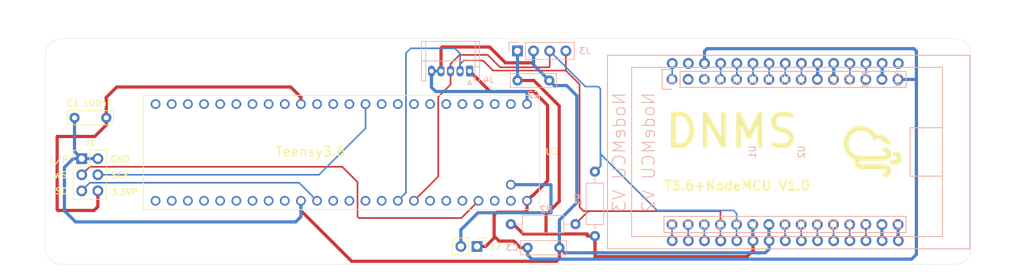
<source format=kicad_pcb>
(kicad_pcb (version 20171130) (host pcbnew "(5.1.4)-1")

  (general
    (thickness 1.6)
    (drawings 18)
    (tracks 242)
    (zones 0)
    (modules 17)
    (nets 71)
  )

  (page A4)
  (title_block
    (title "DNMS - Digital Noise Maesurement Sensor")
    (date 2019-06-09)
    (rev 0.9.0)
  )

  (layers
    (0 F.Cu signal)
    (31 B.Cu signal)
    (32 B.Adhes user)
    (33 F.Adhes user)
    (34 B.Paste user)
    (35 F.Paste user)
    (36 B.SilkS user)
    (37 F.SilkS user)
    (38 B.Mask user)
    (39 F.Mask user)
    (40 Dwgs.User user)
    (41 Cmts.User user)
    (42 Eco1.User user)
    (43 Eco2.User user)
    (44 Edge.Cuts user)
    (45 Margin user)
    (46 B.CrtYd user)
    (47 F.CrtYd user)
    (48 B.Fab user)
    (49 F.Fab user)
  )

  (setup
    (last_trace_width 0.5)
    (user_trace_width 0.5)
    (trace_clearance 0.2)
    (zone_clearance 0.508)
    (zone_45_only no)
    (trace_min 0.2)
    (via_size 0.8)
    (via_drill 0.4)
    (via_min_size 0.4)
    (via_min_drill 0.3)
    (uvia_size 0.3)
    (uvia_drill 0.1)
    (uvias_allowed no)
    (uvia_min_size 0.2)
    (uvia_min_drill 0.1)
    (edge_width 0.05)
    (segment_width 0.2)
    (pcb_text_width 0.3)
    (pcb_text_size 1.5 1.5)
    (mod_edge_width 0.12)
    (mod_text_size 1 1)
    (mod_text_width 0.15)
    (pad_size 1.524 1.524)
    (pad_drill 0.762)
    (pad_to_mask_clearance 0.051)
    (solder_mask_min_width 0.25)
    (aux_axis_origin 60.8584 94.1832)
    (visible_elements 7FFFFFFF)
    (pcbplotparams
      (layerselection 0x010fc_ffffffff)
      (usegerberextensions false)
      (usegerberattributes false)
      (usegerberadvancedattributes false)
      (creategerberjobfile false)
      (excludeedgelayer true)
      (linewidth 0.100000)
      (plotframeref false)
      (viasonmask false)
      (mode 1)
      (useauxorigin false)
      (hpglpennumber 1)
      (hpglpenspeed 20)
      (hpglpendiameter 15.000000)
      (psnegative false)
      (psa4output false)
      (plotreference true)
      (plotvalue true)
      (plotinvisibletext false)
      (padsonsilk false)
      (subtractmaskfromsilk false)
      (outputformat 1)
      (mirror false)
      (drillshape 0)
      (scaleselection 1)
      (outputdirectory "Gerber/"))
  )

  (net 0 "")
  (net 1 GND)
  (net 2 +3V3)
  (net 3 +5V)
  (net 4 SDA)
  (net 5 SCL)
  (net 6 SD)
  (net 7 WS)
  (net 8 SCK)
  (net 9 "Net-(U1-Pad5)")
  (net 10 "Net-(U1-Pad1)")
  (net 11 "Net-(U2-Pad2)")
  (net 12 "Net-(U2-Pad15)")
  (net 13 +3.3VP)
  (net 14 "Net-(U1-Pad29)")
  (net 15 "Net-(U1-Pad28)")
  (net 16 "Net-(U1-Pad20)")
  (net 17 "Net-(U1-Pad21)")
  (net 18 "Net-(U1-Pad23)")
  (net 19 "Net-(U1-Pad22)")
  (net 20 "Net-(U1-Pad19)")
  (net 21 "Net-(U1-Pad18)")
  (net 22 "Net-(U1-Pad30)")
  (net 23 "Net-(U1-Pad13)")
  (net 24 "Net-(U1-Pad12)")
  (net 25 "Net-(U1-Pad9)")
  (net 26 "Net-(U1-Pad8)")
  (net 27 "Net-(U1-Pad7)")
  (net 28 "Net-(U1-Pad6)")
  (net 29 "Net-(U1-Pad4)")
  (net 30 "Net-(U1-Pad3)")
  (net 31 "Net-(U1-Pad2)")
  (net 32 "Net-(U3-Pad2)")
  (net 33 "Net-(U3-Pad3)")
  (net 34 "Net-(U3-Pad4)")
  (net 35 "Net-(U3-Pad5)")
  (net 36 "Net-(U3-Pad6)")
  (net 37 "Net-(U3-Pad7)")
  (net 38 "Net-(U3-Pad8)")
  (net 39 "Net-(U3-Pad11)")
  (net 40 "Net-(U3-Pad12)")
  (net 41 "Net-(U3-Pad30)")
  (net 42 "Net-(U3-Pad29)")
  (net 43 "Net-(U3-Pad24)")
  (net 44 "Net-(U3-Pad22)")
  (net 45 "Net-(U3-Pad21)")
  (net 46 "Net-(U3-Pad14)")
  (net 47 "Net-(U3-Pad15)")
  (net 48 "Net-(U3-Pad20)")
  (net 49 "Net-(J2-Pad2)")
  (net 50 "Net-(U3-Pad0)")
  (net 51 "Net-(U3-Pad1)")
  (net 52 "Net-(U3-Pad10)")
  (net 53 "Net-(U3-Pad16)")
  (net 54 "Net-(U3-Pad17)")
  (net 55 "Net-(U3-PadAGND)")
  (net 56 "Net-(U3-Pad25)")
  (net 57 "Net-(U3-Pad26)")
  (net 58 "Net-(U3-Pad27)")
  (net 59 "Net-(U3-Pad28)")
  (net 60 "Net-(U3-Pad31)")
  (net 61 "Net-(U3-Pad32)")
  (net 62 "Net-(U3-PadA22)")
  (net 63 "Net-(U3-PadA21)")
  (net 64 "Net-(U3-Pad33)")
  (net 65 "Net-(U3-Pad34)")
  (net 66 "Net-(U3-Pad35)")
  (net 67 "Net-(U3-Pad36)")
  (net 68 "Net-(U3-Pad37)")
  (net 69 "Net-(U3-Pad38)")
  (net 70 "Net-(U3-Pad39)")

  (net_class Default "Dies ist die voreingestellte Netzklasse."
    (clearance 0.2)
    (trace_width 0.25)
    (via_dia 0.8)
    (via_drill 0.4)
    (uvia_dia 0.3)
    (uvia_drill 0.1)
    (add_net +3.3VP)
    (add_net +3V3)
    (add_net +5V)
    (add_net GND)
    (add_net "Net-(J2-Pad2)")
    (add_net "Net-(U1-Pad1)")
    (add_net "Net-(U1-Pad12)")
    (add_net "Net-(U1-Pad13)")
    (add_net "Net-(U1-Pad18)")
    (add_net "Net-(U1-Pad19)")
    (add_net "Net-(U1-Pad2)")
    (add_net "Net-(U1-Pad20)")
    (add_net "Net-(U1-Pad21)")
    (add_net "Net-(U1-Pad22)")
    (add_net "Net-(U1-Pad23)")
    (add_net "Net-(U1-Pad28)")
    (add_net "Net-(U1-Pad29)")
    (add_net "Net-(U1-Pad3)")
    (add_net "Net-(U1-Pad30)")
    (add_net "Net-(U1-Pad4)")
    (add_net "Net-(U1-Pad5)")
    (add_net "Net-(U1-Pad6)")
    (add_net "Net-(U1-Pad7)")
    (add_net "Net-(U1-Pad8)")
    (add_net "Net-(U1-Pad9)")
    (add_net "Net-(U2-Pad15)")
    (add_net "Net-(U2-Pad2)")
    (add_net "Net-(U3-Pad0)")
    (add_net "Net-(U3-Pad1)")
    (add_net "Net-(U3-Pad10)")
    (add_net "Net-(U3-Pad11)")
    (add_net "Net-(U3-Pad12)")
    (add_net "Net-(U3-Pad14)")
    (add_net "Net-(U3-Pad15)")
    (add_net "Net-(U3-Pad16)")
    (add_net "Net-(U3-Pad17)")
    (add_net "Net-(U3-Pad2)")
    (add_net "Net-(U3-Pad20)")
    (add_net "Net-(U3-Pad21)")
    (add_net "Net-(U3-Pad22)")
    (add_net "Net-(U3-Pad24)")
    (add_net "Net-(U3-Pad25)")
    (add_net "Net-(U3-Pad26)")
    (add_net "Net-(U3-Pad27)")
    (add_net "Net-(U3-Pad28)")
    (add_net "Net-(U3-Pad29)")
    (add_net "Net-(U3-Pad3)")
    (add_net "Net-(U3-Pad30)")
    (add_net "Net-(U3-Pad31)")
    (add_net "Net-(U3-Pad32)")
    (add_net "Net-(U3-Pad33)")
    (add_net "Net-(U3-Pad34)")
    (add_net "Net-(U3-Pad35)")
    (add_net "Net-(U3-Pad36)")
    (add_net "Net-(U3-Pad37)")
    (add_net "Net-(U3-Pad38)")
    (add_net "Net-(U3-Pad39)")
    (add_net "Net-(U3-Pad4)")
    (add_net "Net-(U3-Pad5)")
    (add_net "Net-(U3-Pad6)")
    (add_net "Net-(U3-Pad7)")
    (add_net "Net-(U3-Pad8)")
    (add_net "Net-(U3-PadA21)")
    (add_net "Net-(U3-PadA22)")
    (add_net "Net-(U3-PadAGND)")
    (add_net SCK)
    (add_net SCL)
    (add_net SD)
    (add_net SDA)
    (add_net WS)
  )

  (module Connector_PinHeader_2.54mm:PinHeader_2x03_P2.54mm_Vertical (layer F.Cu) (tedit 59FED5CC) (tstamp 5D6C50F0)
    (at 56.2656 74.7903)
    (descr "Through hole straight pin header, 2x03, 2.54mm pitch, double rows")
    (tags "Through hole pin header THT 2x03 2.54mm double row")
    (path /5D6EB3F6)
    (fp_text reference J1 (at 1.33096 -2.51968) (layer F.SilkS)
      (effects (font (size 1 1) (thickness 0.15)))
    )
    (fp_text value Conn_2Rows-07Pins (at 1.27 7.41) (layer F.Fab)
      (effects (font (size 1 1) (thickness 0.15)))
    )
    (fp_text user %R (at 1.27 2.54 90) (layer F.Fab)
      (effects (font (size 1 1) (thickness 0.15)))
    )
    (fp_line (start 4.35 -1.8) (end -1.8 -1.8) (layer F.CrtYd) (width 0.05))
    (fp_line (start 4.35 6.85) (end 4.35 -1.8) (layer F.CrtYd) (width 0.05))
    (fp_line (start -1.8 6.85) (end 4.35 6.85) (layer F.CrtYd) (width 0.05))
    (fp_line (start -1.8 -1.8) (end -1.8 6.85) (layer F.CrtYd) (width 0.05))
    (fp_line (start -1.33 -1.33) (end 0 -1.33) (layer F.SilkS) (width 0.12))
    (fp_line (start -1.33 0) (end -1.33 -1.33) (layer F.SilkS) (width 0.12))
    (fp_line (start 1.27 -1.33) (end 3.87 -1.33) (layer F.SilkS) (width 0.12))
    (fp_line (start 1.27 1.27) (end 1.27 -1.33) (layer F.SilkS) (width 0.12))
    (fp_line (start -1.33 1.27) (end 1.27 1.27) (layer F.SilkS) (width 0.12))
    (fp_line (start 3.87 -1.33) (end 3.87 6.41) (layer F.SilkS) (width 0.12))
    (fp_line (start -1.33 1.27) (end -1.33 6.41) (layer F.SilkS) (width 0.12))
    (fp_line (start -1.33 6.41) (end 3.87 6.41) (layer F.SilkS) (width 0.12))
    (fp_line (start -1.27 0) (end 0 -1.27) (layer F.Fab) (width 0.1))
    (fp_line (start -1.27 6.35) (end -1.27 0) (layer F.Fab) (width 0.1))
    (fp_line (start 3.81 6.35) (end -1.27 6.35) (layer F.Fab) (width 0.1))
    (fp_line (start 3.81 -1.27) (end 3.81 6.35) (layer F.Fab) (width 0.1))
    (fp_line (start 0 -1.27) (end 3.81 -1.27) (layer F.Fab) (width 0.1))
    (pad 6 thru_hole oval (at 2.54 5.08) (size 1.7 1.7) (drill 1) (layers *.Cu *.Mask)
      (net 13 +3.3VP))
    (pad 5 thru_hole oval (at 0 5.08) (size 1.7 1.7) (drill 1) (layers *.Cu *.Mask)
      (net 6 SD))
    (pad 4 thru_hole oval (at 2.54 2.54) (size 1.7 1.7) (drill 1) (layers *.Cu *.Mask)
      (net 8 SCK))
    (pad 3 thru_hole oval (at 0 2.54) (size 1.7 1.7) (drill 1) (layers *.Cu *.Mask)
      (net 7 WS))
    (pad 2 thru_hole oval (at 2.54 0) (size 1.7 1.7) (drill 1) (layers *.Cu *.Mask)
      (net 1 GND))
    (pad 1 thru_hole rect (at 0 0) (size 1.7 1.7) (drill 1) (layers *.Cu *.Mask)
      (net 1 GND))
    (model ${KISYS3DMOD}/Connector_PinHeader_2.54mm.3dshapes/PinHeader_2x03_P2.54mm_Vertical.wrl
      (at (xyz 0 0 0))
      (scale (xyz 1 1 1))
      (rotate (xyz 0 0 0))
    )
  )

  (module Teensy3.6:Teensy3.6 (layer F.Cu) (tedit 5CFA7BD1) (tstamp 5DD3D99B)
    (at 97.0928 73.8124 270)
    (path /5DD45604)
    (fp_text reference U3 (at -0.127 -33.133) (layer F.SilkS)
      (effects (font (size 1 1) (thickness 0.15)))
    )
    (fp_text value Teensy3.6 (at -0.127 4.8514) (layer F.SilkS)
      (effects (font (size 1.5 1.5) (thickness 0.2)))
    )
    (fp_line (start -9 31.15) (end -9 -31.15) (layer Eco2.User) (width 0.127))
    (fp_line (start -9 -31.15) (end 9 -31.15) (layer Eco2.User) (width 0.127))
    (fp_line (start 9 -31.15) (end 9 31.15) (layer Eco2.User) (width 0.127))
    (fp_line (start 9 31.15) (end -9 31.15) (layer Eco2.User) (width 0.127))
    (fp_line (start -9 -31.15) (end -9 31.15) (layer F.SilkS) (width 0.127))
    (fp_line (start -9 31.15) (end 9 31.15) (layer F.SilkS) (width 0.127))
    (fp_line (start 9 31.15) (end 9 -31.15) (layer F.SilkS) (width 0.127))
    (fp_line (start 9 -31.15) (end -9 -31.15) (layer F.SilkS) (width 0.127))
    (fp_line (start -9.25 -31.4) (end 9.25 -31.4) (layer Eco1.User) (width 0.05))
    (fp_line (start 9.25 -31.4) (end 9.25 31.4) (layer Eco1.User) (width 0.05))
    (fp_line (start 9.25 31.4) (end -9.25 31.4) (layer Eco1.User) (width 0.05))
    (fp_line (start -9.25 31.4) (end -9.25 -31.4) (layer Eco1.User) (width 0.05))
    (fp_circle (center -10 -24.1) (end -9.85858 -24.1) (layer F.SilkS) (width 0.1524))
    (fp_line (start -3.5 -31.1) (end -3.5 -28.4) (layer Eco2.User) (width 0.1524))
    (fp_line (start -3.5 -28.4) (end 3.4 -28.4) (layer Eco2.User) (width 0.1524))
    (fp_line (start 3.4 -28.4) (end 3.5 -28.4) (layer F.SilkS) (width 0.1524))
    (fp_line (start 3.5 -28.4) (end 3.5 -31.1) (layer Eco2.User) (width 0.1524))
    (pad GND_1 thru_hole circle (at -7.62 -29.21 270) (size 1.53 1.53) (drill 1.02) (layers *.Cu *.Mask)
      (net 1 GND))
    (pad 0 thru_hole circle (at -7.62 -26.67 270) (size 1.53 1.53) (drill 1.02) (layers *.Cu *.Mask)
      (net 50 "Net-(U3-Pad0)"))
    (pad 1 thru_hole circle (at -7.62 -24.13 270) (size 1.53 1.53) (drill 1.02) (layers *.Cu *.Mask)
      (net 51 "Net-(U3-Pad1)"))
    (pad 2 thru_hole circle (at -7.62 -21.59 270) (size 1.53 1.53) (drill 1.02) (layers *.Cu *.Mask)
      (net 32 "Net-(U3-Pad2)"))
    (pad 3 thru_hole circle (at -7.62 -19.05 270) (size 1.53 1.53) (drill 1.02) (layers *.Cu *.Mask)
      (net 33 "Net-(U3-Pad3)"))
    (pad 4 thru_hole circle (at -7.62 -16.51 270) (size 1.53 1.53) (drill 1.02) (layers *.Cu *.Mask)
      (net 34 "Net-(U3-Pad4)"))
    (pad 5 thru_hole circle (at -7.62 -13.97 270) (size 1.53 1.53) (drill 1.02) (layers *.Cu *.Mask)
      (net 35 "Net-(U3-Pad5)"))
    (pad 6 thru_hole circle (at -7.62 -11.43 270) (size 1.53 1.53) (drill 1.02) (layers *.Cu *.Mask)
      (net 36 "Net-(U3-Pad6)"))
    (pad 7 thru_hole circle (at -7.62 -8.89 270) (size 1.53 1.53) (drill 1.02) (layers *.Cu *.Mask)
      (net 37 "Net-(U3-Pad7)"))
    (pad 8 thru_hole circle (at -7.62 -6.35 270) (size 1.53 1.53) (drill 1.02) (layers *.Cu *.Mask)
      (net 38 "Net-(U3-Pad8)"))
    (pad 9 thru_hole circle (at -7.62 -3.81 270) (size 1.53 1.53) (drill 1.02) (layers *.Cu *.Mask)
      (net 8 SCK))
    (pad 10 thru_hole circle (at -7.62 -1.27 270) (size 1.53 1.53) (drill 1.02) (layers *.Cu *.Mask)
      (net 52 "Net-(U3-Pad10)"))
    (pad 11 thru_hole circle (at -7.62 1.27 270) (size 1.53 1.53) (drill 1.02) (layers *.Cu *.Mask)
      (net 39 "Net-(U3-Pad11)"))
    (pad 12 thru_hole circle (at -7.62 3.81 270) (size 1.53 1.53) (drill 1.02) (layers *.Cu *.Mask)
      (net 40 "Net-(U3-Pad12)"))
    (pad 3V3_1 thru_hole circle (at -7.62 6.35 270) (size 1.53 1.53) (drill 1.02) (layers *.Cu *.Mask)
      (net 13 +3.3VP))
    (pad 24 thru_hole circle (at -7.62 8.89 270) (size 1.53 1.53) (drill 1.02) (layers *.Cu *.Mask)
      (net 43 "Net-(U3-Pad24)"))
    (pad 13 thru_hole circle (at 7.62 3.81 270) (size 1.53 1.53) (drill 1.02) (layers *.Cu *.Mask)
      (net 6 SD))
    (pad 14 thru_hole circle (at 7.62 1.27 270) (size 1.53 1.53) (drill 1.02) (layers *.Cu *.Mask)
      (net 46 "Net-(U3-Pad14)"))
    (pad 15 thru_hole circle (at 7.62 -1.27 270) (size 1.53 1.53) (drill 1.02) (layers *.Cu *.Mask)
      (net 47 "Net-(U3-Pad15)"))
    (pad 16 thru_hole circle (at 7.62 -3.81 270) (size 1.53 1.53) (drill 1.02) (layers *.Cu *.Mask)
      (net 53 "Net-(U3-Pad16)"))
    (pad 17 thru_hole circle (at 7.62 -6.35 270) (size 1.53 1.53) (drill 1.02) (layers *.Cu *.Mask)
      (net 54 "Net-(U3-Pad17)"))
    (pad 18 thru_hole circle (at 7.62 -8.89 270) (size 1.53 1.53) (drill 1.02) (layers *.Cu *.Mask)
      (net 4 SDA))
    (pad 19 thru_hole circle (at 7.62 -11.43 270) (size 1.53 1.53) (drill 1.02) (layers *.Cu *.Mask)
      (net 5 SCL))
    (pad 20 thru_hole circle (at 7.62 -13.97 270) (size 1.53 1.53) (drill 1.02) (layers *.Cu *.Mask)
      (net 48 "Net-(U3-Pad20)"))
    (pad 21 thru_hole circle (at 7.62 -16.51 270) (size 1.53 1.53) (drill 1.02) (layers *.Cu *.Mask)
      (net 45 "Net-(U3-Pad21)"))
    (pad 22 thru_hole circle (at 7.62 -19.05 270) (size 1.53 1.53) (drill 1.02) (layers *.Cu *.Mask)
      (net 44 "Net-(U3-Pad22)"))
    (pad 23 thru_hole circle (at 7.62 -21.59 270) (size 1.53 1.53) (drill 1.02) (layers *.Cu *.Mask)
      (net 7 WS))
    (pad 3V3_2 thru_hole circle (at 7.62 -24.13 270) (size 1.53 1.53) (drill 1.02) (layers *.Cu *.Mask)
      (net 13 +3.3VP))
    (pad AGND thru_hole circle (at 7.62 -26.67 270) (size 1.53 1.53) (drill 1.02) (layers *.Cu *.Mask)
      (net 55 "Net-(U3-PadAGND)"))
    (pad VIN thru_hole circle (at 7.62 -29.21 270) (size 1.53 1.53) (drill 1.02) (layers *.Cu *.Mask)
      (net 3 +5V))
    (pad 25 thru_hole circle (at -7.62 11.43 270) (size 1.53 1.53) (drill 1.02) (layers *.Cu *.Mask)
      (net 56 "Net-(U3-Pad25)"))
    (pad 26 thru_hole circle (at -7.62 13.97 270) (size 1.53 1.53) (drill 1.02) (layers *.Cu *.Mask)
      (net 57 "Net-(U3-Pad26)"))
    (pad 27 thru_hole circle (at -7.62 16.51 270) (size 1.53 1.53) (drill 1.02) (layers *.Cu *.Mask)
      (net 58 "Net-(U3-Pad27)"))
    (pad 28 thru_hole circle (at -7.62 19.05 270) (size 1.53 1.53) (drill 1.02) (layers *.Cu *.Mask)
      (net 59 "Net-(U3-Pad28)"))
    (pad 29 thru_hole circle (at -7.62 21.59 270) (size 1.53 1.53) (drill 1.02) (layers *.Cu *.Mask)
      (net 42 "Net-(U3-Pad29)"))
    (pad 30 thru_hole circle (at -7.62 24.13 270) (size 1.53 1.53) (drill 1.02) (layers *.Cu *.Mask)
      (net 41 "Net-(U3-Pad30)"))
    (pad 31 thru_hole circle (at -7.62 26.67 270) (size 1.53 1.53) (drill 1.02) (layers *.Cu *.Mask)
      (net 60 "Net-(U3-Pad31)"))
    (pad 32 thru_hole circle (at -7.62 29.21 270) (size 1.53 1.53) (drill 1.02) (layers *.Cu *.Mask)
      (net 61 "Net-(U3-Pad32)"))
    (pad GND_2 thru_hole circle (at 7.62 6.35 270) (size 1.53 1.53) (drill 1.02) (layers *.Cu *.Mask)
      (net 1 GND))
    (pad A22 thru_hole circle (at 7.62 8.89 270) (size 1.53 1.53) (drill 1.02) (layers *.Cu *.Mask)
      (net 62 "Net-(U3-PadA22)"))
    (pad A21 thru_hole circle (at 7.62 11.43 270) (size 1.53 1.53) (drill 1.02) (layers *.Cu *.Mask)
      (net 63 "Net-(U3-PadA21)"))
    (pad 33 thru_hole circle (at 7.62 29.21 270) (size 1.53 1.53) (drill 1.02) (layers *.Cu *.Mask)
      (net 64 "Net-(U3-Pad33)"))
    (pad 34 thru_hole circle (at 7.62 26.67 270) (size 1.53 1.53) (drill 1.02) (layers *.Cu *.Mask)
      (net 65 "Net-(U3-Pad34)"))
    (pad 35 thru_hole circle (at 7.62 24.13 270) (size 1.53 1.53) (drill 1.02) (layers *.Cu *.Mask)
      (net 66 "Net-(U3-Pad35)"))
    (pad 36 thru_hole circle (at 7.62 21.59 270) (size 1.53 1.53) (drill 1.02) (layers *.Cu *.Mask)
      (net 67 "Net-(U3-Pad36)"))
    (pad 37 thru_hole circle (at 7.62 19.05 270) (size 1.53 1.53) (drill 1.02) (layers *.Cu *.Mask)
      (net 68 "Net-(U3-Pad37)"))
    (pad 38 thru_hole circle (at 7.62 16.51 270) (size 1.53 1.53) (drill 1.02) (layers *.Cu *.Mask)
      (net 69 "Net-(U3-Pad38)"))
    (pad 39 thru_hole circle (at 7.62 13.97 270) (size 1.53 1.53) (drill 1.02) (layers *.Cu *.Mask)
      (net 70 "Net-(U3-Pad39)"))
    (pad VUSB thru_hole circle (at 5.08 -26.67 270) (size 1.524 1.524) (drill 1.02) (layers *.Cu *.Mask)
      (net 49 "Net-(J2-Pad2)"))
  )

  (module MountingHole:MountingHole_2.7mm_M2.5 (layer F.Cu) (tedit 56D1B4CB) (tstamp 5D6D4CC6)
    (at 136.88062 59.79922)
    (descr "Mounting Hole 2.7mm, no annular, M2.5")
    (tags "mounting hole 2.7mm no annular m2.5")
    (attr virtual)
    (fp_text reference REF1 (at 0 -3.7) (layer F.Fab) hide
      (effects (font (size 1 1) (thickness 0.15)))
    )
    (fp_text value MountingHole_2.7mm_M2.5 (at 0 3.7) (layer F.Fab)
      (effects (font (size 1 1) (thickness 0.15)))
    )
    (fp_text user %R (at 0.4826 0) (layer F.Fab)
      (effects (font (size 1 1) (thickness 0.15)))
    )
    (fp_circle (center 0 0) (end 2.7 0) (layer Cmts.User) (width 0.15))
    (fp_circle (center 0 0) (end 2.95 0) (layer F.CrtYd) (width 0.05))
    (pad 1 np_thru_hole circle (at 0 0) (size 2.7 2.7) (drill 2.7) (layers *.Cu *.Mask))
  )

  (module MountingHole:MountingHole_2.7mm_M2.5 (layer F.Cu) (tedit 56D1B4CB) (tstamp 5D6D4CC6)
    (at 109.3018 87.7062)
    (descr "Mounting Hole 2.7mm, no annular, M2.5")
    (tags "mounting hole 2.7mm no annular m2.5")
    (attr virtual)
    (fp_text reference REF1 (at 0 -3.7) (layer F.Fab) hide
      (effects (font (size 1 1) (thickness 0.15)))
    )
    (fp_text value MountingHole_2.7mm_M2.5 (at 0 3.7) (layer F.Fab)
      (effects (font (size 1 1) (thickness 0.15)))
    )
    (fp_text user %R (at 0.4826 0) (layer F.Fab)
      (effects (font (size 1 1) (thickness 0.15)))
    )
    (fp_circle (center 0 0) (end 2.7 0) (layer Cmts.User) (width 0.15))
    (fp_circle (center 0 0) (end 2.95 0) (layer F.CrtYd) (width 0.05))
    (pad 1 np_thru_hole circle (at 0 0) (size 2.7 2.7) (drill 2.7) (layers *.Cu *.Mask))
  )

  (module MountingHole:MountingHole_2.7mm_M2.5 (layer F.Cu) (tedit 56D1B4CB) (tstamp 5D6D4CC6)
    (at 53.608 88.392)
    (descr "Mounting Hole 2.7mm, no annular, M2.5")
    (tags "mounting hole 2.7mm no annular m2.5")
    (attr virtual)
    (fp_text reference REF1 (at 0 -3.7) (layer F.Fab) hide
      (effects (font (size 1 1) (thickness 0.15)))
    )
    (fp_text value MountingHole_2.7mm_M2.5 (at 0 3.7) (layer F.Fab)
      (effects (font (size 1 1) (thickness 0.15)))
    )
    (fp_text user %R (at 0.4826 0) (layer F.Fab)
      (effects (font (size 1 1) (thickness 0.15)))
    )
    (fp_circle (center 0 0) (end 2.7 0) (layer Cmts.User) (width 0.15))
    (fp_circle (center 0 0) (end 2.95 0) (layer F.CrtYd) (width 0.05))
    (pad 1 np_thru_hole circle (at 0 0) (size 2.7 2.7) (drill 2.7) (layers *.Cu *.Mask))
  )

  (module MountingHole:MountingHole_2.7mm_M2.5 (layer F.Cu) (tedit 56D1B4CB) (tstamp 5D6D4CC6)
    (at 53.608 58.928)
    (descr "Mounting Hole 2.7mm, no annular, M2.5")
    (tags "mounting hole 2.7mm no annular m2.5")
    (attr virtual)
    (fp_text reference REF1 (at 0 -3.7) (layer F.Fab) hide
      (effects (font (size 1 1) (thickness 0.15)))
    )
    (fp_text value MountingHole_2.7mm_M2.5 (at 0 3.7) (layer F.Fab)
      (effects (font (size 1 1) (thickness 0.15)))
    )
    (fp_text user %R (at 0.4826 0) (layer F.Fab)
      (effects (font (size 1 1) (thickness 0.15)))
    )
    (fp_circle (center 0 0) (end 2.7 0) (layer Cmts.User) (width 0.15))
    (fp_circle (center 0 0) (end 2.95 0) (layer F.CrtYd) (width 0.05))
    (pad 1 np_thru_hole circle (at 0 0) (size 2.7 2.7) (drill 2.7) (layers *.Cu *.Mask))
  )

  (module "logos eigene:logo luftdaten.info" (layer F.Cu) (tedit 0) (tstamp 5D6D33C6)
    (at 180.68544 73.73366)
    (fp_text reference G*** (at 0 0) (layer F.SilkS) hide
      (effects (font (size 1.524 1.524) (thickness 0.3)))
    )
    (fp_text value LOGO (at 0.75 0) (layer F.SilkS) hide
      (effects (font (size 1.524 1.524) (thickness 0.3)))
    )
    (fp_poly (pts (xy -1.565841 -4.056015) (xy -1.317239 -4.033177) (xy -1.102881 -3.99716) (xy -0.934086 -3.949639)
      (xy -0.867104 -3.920432) (xy -0.797179 -3.887719) (xy -0.752941 -3.873703) (xy -0.752584 -3.873696)
      (xy -0.715556 -3.858675) (xy -0.637565 -3.818604) (xy -0.532343 -3.760689) (xy -0.475401 -3.72821)
      (xy -0.253398 -3.580766) (xy -0.030355 -3.398154) (xy 0.175131 -3.197431) (xy 0.34446 -2.995651)
      (xy 0.383087 -2.940949) (xy 0.519954 -2.737653) (xy 0.823539 -2.739073) (xy 1.014446 -2.733309)
      (xy 1.20223 -2.715883) (xy 1.370061 -2.689217) (xy 1.501108 -2.655731) (xy 1.553857 -2.634019)
      (xy 1.610256 -2.606371) (xy 1.69982 -2.56433) (xy 1.757984 -2.537605) (xy 1.837339 -2.494252)
      (xy 1.940192 -2.42819) (xy 2.054325 -2.348565) (xy 2.167518 -2.264525) (xy 2.267553 -2.185219)
      (xy 2.342211 -2.119793) (xy 2.379273 -2.077397) (xy 2.38125 -2.070981) (xy 2.40089 -2.033861)
      (xy 2.448955 -1.974336) (xy 2.45675 -1.965803) (xy 2.521468 -1.880933) (xy 2.597253 -1.759371)
      (xy 2.674097 -1.62) (xy 2.741994 -1.481701) (xy 2.790935 -1.363357) (xy 2.808698 -1.30175)
      (xy 2.833377 -1.203367) (xy 2.86406 -1.120519) (xy 2.864688 -1.119236) (xy 2.886783 -1.054635)
      (xy 2.867193 -1.030406) (xy 2.802934 -1.046014) (xy 2.708902 -1.091298) (xy 2.53708 -1.178586)
      (xy 2.398713 -1.237767) (xy 2.274544 -1.27614) (xy 2.162556 -1.29836) (xy 2.041375 -1.327808)
      (xy 1.966039 -1.374101) (xy 1.94397 -1.400486) (xy 1.810212 -1.570327) (xy 1.660971 -1.709484)
      (xy 1.480606 -1.83019) (xy 1.253473 -1.944683) (xy 1.241223 -1.950189) (xy 1.17739 -1.964837)
      (xy 1.068048 -1.976347) (xy 0.931167 -1.983173) (xy 0.844348 -1.984375) (xy 0.670975 -1.980877)
      (xy 0.537741 -1.96662) (xy 0.421488 -1.935964) (xy 0.29906 -1.883267) (xy 0.185601 -1.823898)
      (xy 0.114318 -1.787958) (xy 0.079266 -1.790568) (xy 0.061894 -1.8412) (xy 0.053405 -1.891403)
      (xy 0.01843 -2.014279) (xy -0.047127 -2.167826) (xy -0.133581 -2.333613) (xy -0.231245 -2.493214)
      (xy -0.330431 -2.6282) (xy -0.339618 -2.639117) (xy -0.510617 -2.816014) (xy -0.702193 -2.975248)
      (xy -0.894285 -3.100954) (xy -0.976772 -3.142915) (xy -1.07413 -3.187951) (xy -1.153631 -3.226032)
      (xy -1.180027 -3.239382) (xy -1.280464 -3.274188) (xy -1.42871 -3.301735) (xy -1.609323 -3.320406)
      (xy -1.806865 -3.328584) (xy -1.997896 -3.325072) (xy -2.305222 -3.290357) (xy -2.576341 -3.216353)
      (xy -2.828832 -3.097527) (xy -2.940375 -3.028412) (xy -3.061828 -2.935862) (xy -3.194129 -2.815978)
      (xy -3.322256 -2.684331) (xy -3.431189 -2.556494) (xy -3.505907 -2.448037) (xy -3.513079 -2.434708)
      (xy -3.552731 -2.363105) (xy -3.582016 -2.320158) (xy -3.584541 -2.31775) (xy -3.610798 -2.275609)
      (xy -3.64871 -2.190338) (xy -3.691605 -2.079605) (xy -3.732813 -1.961079) (xy -3.765663 -1.852429)
      (xy -3.776329 -1.80975) (xy -3.795904 -1.679014) (xy -3.805599 -1.516921) (xy -3.806202 -1.338013)
      (xy -3.798498 -1.156836) (xy -3.783273 -0.987934) (xy -3.761314 -0.845849) (xy -3.733405 -0.745126)
      (xy -3.717138 -0.714375) (xy -3.690876 -0.665198) (xy -3.656907 -0.585669) (xy -3.651436 -0.5715)
      (xy -3.540224 -0.350186) (xy -3.380036 -0.129409) (xy -3.183927 0.076703) (xy -2.964951 0.254024)
      (xy -2.788576 0.36226) (xy -2.700445 0.408342) (xy -2.620261 0.44814) (xy -2.542816 0.482114)
      (xy -2.462902 0.510726) (xy -2.375312 0.534436) (xy -2.27484 0.553704) (xy -2.156276 0.568992)
      (xy -2.014414 0.580759) (xy -1.844047 0.589466) (xy -1.639966 0.595575) (xy -1.396965 0.599545)
      (xy -1.109836 0.601837) (xy -0.773371 0.602912) (xy -0.382364 0.60323) (xy -0.064116 0.60325)
      (xy 1.959227 0.60325) (xy 2.043238 0.525391) (xy 2.101492 0.453931) (xy 2.124914 0.366812)
      (xy 2.12725 0.308675) (xy 2.104708 0.17746) (xy 2.034799 0.08526) (xy 1.914092 0.028537)
      (xy 1.841143 0.013471) (xy 1.683199 -0.04006) (xy 1.595437 -0.10547) (xy 1.531721 -0.174535)
      (xy 1.501541 -0.241854) (xy 1.493322 -0.336666) (xy 1.493306 -0.363416) (xy 1.510159 -0.504076)
      (xy 1.565616 -0.6062) (xy 1.67029 -0.686096) (xy 1.719859 -0.711514) (xy 1.781224 -0.737778)
      (xy 1.835582 -0.748651) (xy 1.902144 -0.743714) (xy 2.00012 -0.722548) (xy 2.074565 -0.703785)
      (xy 2.333759 -0.610198) (xy 2.545053 -0.475379) (xy 2.707162 -0.300966) (xy 2.818799 -0.088597)
      (xy 2.878679 0.160088) (xy 2.88925 0.334133) (xy 2.885967 0.457824) (xy 2.877226 0.555527)
      (xy 2.864688 0.611179) (xy 2.859942 0.617615) (xy 2.83227 0.659272) (xy 2.811117 0.724594)
      (xy 2.771092 0.81351) (xy 2.692742 0.922665) (xy 2.590162 1.03646) (xy 2.477445 1.139293)
      (xy 2.368687 1.215565) (xy 2.366352 1.216878) (xy 2.311647 1.246207) (xy 2.256877 1.271398)
      (xy 2.196981 1.292768) (xy 2.126896 1.310628) (xy 2.041559 1.325293) (xy 1.935909 1.337076)
      (xy 1.804881 1.346291) (xy 1.643414 1.353251) (xy 1.446444 1.358271) (xy 1.208911 1.361663)
      (xy 0.92575 1.363742) (xy 0.591899 1.36482) (xy 0.202297 1.365213) (xy -0.028677 1.36525)
      (xy -1.959228 1.36525) (xy -2.043239 1.443108) (xy -2.109953 1.544723) (xy -2.128818 1.668151)
      (xy -2.098854 1.792361) (xy -2.062309 1.851995) (xy -1.997368 1.934555) (xy 0.057003 1.94359)
      (xy 2.111375 1.952625) (xy 2.309076 2.059087) (xy 2.526516 2.207762) (xy 2.695536 2.388592)
      (xy 2.81486 2.593483) (xy 2.883212 2.81434) (xy 2.899316 3.043068) (xy 2.861895 3.271571)
      (xy 2.769673 3.491756) (xy 2.621373 3.695527) (xy 2.574675 3.74365) (xy 2.416079 3.871883)
      (xy 2.245211 3.9531) (xy 2.045842 3.993382) (xy 1.889409 4.0005) (xy 1.767311 3.998186)
      (xy 1.688915 3.987488) (xy 1.634481 3.962769) (xy 1.58427 3.918391) (xy 1.577565 3.91145)
      (xy 1.522319 3.839521) (xy 1.497264 3.75818) (xy 1.49225 3.66339) (xy 1.511236 3.528784)
      (xy 1.572601 3.426203) (xy 1.682949 3.348851) (xy 1.848886 3.289931) (xy 1.857375 3.287706)
      (xy 1.965206 3.253029) (xy 2.050309 3.213518) (xy 2.087562 3.184724) (xy 2.115913 3.109006)
      (xy 2.12617 3.002284) (xy 2.11761 2.894634) (xy 2.09617 2.827002) (xy 2.079926 2.801369)
      (xy 2.057568 2.779392) (xy 2.024417 2.76079) (xy 1.975794 2.745282) (xy 1.90702 2.73259)
      (xy 1.813416 2.722432) (xy 1.690303 2.714528) (xy 1.533001 2.708598) (xy 1.336833 2.704363)
      (xy 1.097118 2.701541) (xy 0.809179 2.699853) (xy 0.468335 2.699019) (xy 0.069908 2.698758)
      (xy -0.045693 2.69875) (xy -0.469082 2.698649) (xy -0.83396 2.698054) (xy -1.145318 2.696521)
      (xy -1.408144 2.693608) (xy -1.627428 2.688871) (xy -1.80816 2.681868) (xy -1.95533 2.672157)
      (xy -2.073925 2.659294) (xy -2.168937 2.642837) (xy -2.245355 2.622343) (xy -2.308168 2.59737)
      (xy -2.362366 2.567475) (xy -2.412938 2.532215) (xy -2.464874 2.491148) (xy -2.474579 2.483246)
      (xy -2.614241 2.361804) (xy -2.709305 2.258787) (xy -2.770444 2.161354) (xy -2.796862 2.0955)
      (xy -2.828424 2.013607) (xy -2.857924 1.958363) (xy -2.861336 1.954212) (xy -2.879525 1.901053)
      (xy -2.888546 1.803403) (xy -2.889017 1.679513) (xy -2.881557 1.547632) (xy -2.866785 1.426013)
      (xy -2.84532 1.332905) (xy -2.839766 1.31807) (xy -2.811001 1.242515) (xy -2.799149 1.19737)
      (xy -2.800078 1.192684) (xy -2.832012 1.176786) (xy -2.903897 1.143195) (xy -2.968625 1.113552)
      (xy -3.223259 0.977037) (xy -3.477749 0.802989) (xy -3.716669 0.604248) (xy -3.924595 0.393653)
      (xy -4.086103 0.184045) (xy -4.087065 0.182563) (xy -4.140394 0.102043) (xy -4.179727 0.045836)
      (xy -4.191025 0.03175) (xy -4.212073 -0.003151) (xy -4.251075 -0.078989) (xy -4.297335 -0.174625)
      (xy -4.348713 -0.282521) (xy -4.39312 -0.373902) (xy -4.418163 -0.423598) (xy -4.45749 -0.53336)
      (xy -4.489841 -0.693235) (xy -4.514613 -0.890157) (xy -4.531199 -1.111059) (xy -4.538996 -1.342876)
      (xy -4.537398 -1.57254) (xy -4.5258 -1.786987) (xy -4.503598 -1.973148) (xy -4.492623 -2.03201)
      (xy -4.388724 -2.376927) (xy -4.227775 -2.709983) (xy -4.016081 -3.023636) (xy -3.759947 -3.31034)
      (xy -3.465675 -3.562553) (xy -3.139572 -3.77273) (xy -2.964491 -3.86064) (xy -2.746098 -3.947217)
      (xy -2.521146 -4.007765) (xy -2.27381 -4.045139) (xy -1.988269 -4.062193) (xy -1.837369 -4.064001)
      (xy -1.565841 -4.056015)) (layer F.SilkS) (width 0.01))
    (fp_poly (pts (xy 3.755629 -0.03606) (xy 3.871683 0.002212) (xy 4.097614 0.110327) (xy 4.27774 0.249729)
      (xy 4.426716 0.4323) (xy 4.453253 0.473728) (xy 4.487682 0.540871) (xy 4.51058 0.619788)
      (xy 4.525016 0.726784) (xy 4.53406 0.878168) (xy 4.535286 0.909596) (xy 4.537266 1.113001)
      (xy 4.523232 1.270547) (xy 4.488965 1.398772) (xy 4.430247 1.514211) (xy 4.354285 1.61925)
      (xy 4.273477 1.716965) (xy 4.206338 1.784904) (xy 4.131735 1.840592) (xy 4.028534 1.901555)
      (xy 3.984625 1.925804) (xy 3.916944 1.960762) (xy 3.854035 1.985235) (xy 3.782166 2.001411)
      (xy 3.687606 2.011476) (xy 3.556626 2.017619) (xy 3.381375 2.021907) (xy 3.214459 2.023229)
      (xy 3.065978 2.020556) (xy 2.949677 2.014413) (xy 2.879303 2.005325) (xy 2.869822 2.002375)
      (xy 2.766293 1.926587) (xy 2.696847 1.812856) (xy 2.665267 1.679046) (xy 2.675339 1.54302)
      (xy 2.730848 1.422644) (xy 2.743613 1.406707) (xy 2.779182 1.368688) (xy 2.817056 1.342664)
      (xy 2.870169 1.325585) (xy 2.951458 1.314403) (xy 3.073859 1.306066) (xy 3.196051 1.300052)
      (xy 3.411253 1.285932) (xy 3.570859 1.263741) (xy 3.682656 1.229282) (xy 3.754431 1.178355)
      (xy 3.793968 1.106763) (xy 3.809054 1.010307) (xy 3.81 0.969019) (xy 3.783001 0.849033)
      (xy 3.711114 0.755944) (xy 3.608001 0.704322) (xy 3.556326 0.6985) (xy 3.456787 0.680598)
      (xy 3.37232 0.64295) (xy 3.261692 0.556816) (xy 3.20078 0.464004) (xy 3.177515 0.343179)
      (xy 3.176056 0.295999) (xy 3.179689 0.19416) (xy 3.200443 0.128176) (xy 3.250616 0.070586)
      (xy 3.293359 0.034061) (xy 3.424075 -0.040845) (xy 3.575947 -0.064097) (xy 3.755629 -0.03606)) (layer F.SilkS) (width 0.01))
  )

  (module Connector_JST_ZH:JST_ZH_S5B-EH_1x05_P1.50mm_Horizontal (layer B.Cu) (tedit 5D0E8DC7) (tstamp 5D6C514F)
    (at 117.27688 60.99048 180)
    (descr "JST EH series connector, S5B-EH (http://www.jst-mfg.com/product/pdf/eng/eEH.pdf), generated with kicad-footprint-generator")
    (tags "connector JST EH horizontal")
    (path /5D6BEE85)
    (fp_text reference J4 (at -2.98196 -1.43002) (layer B.SilkS)
      (effects (font (size 1 1) (thickness 0.15)) (justify mirror))
    )
    (fp_text value Conn_01x05 (at 5 -2.7) (layer B.Fab)
      (effects (font (size 1 1) (thickness 0.15)) (justify mirror))
    )
    (fp_text user %R (at 2.94 2.78) (layer B.Fab)
      (effects (font (size 1 1) (thickness 0.15)) (justify mirror))
    )
    (fp_line (start 0 1.407107) (end 0.5 0.7) (layer B.Fab) (width 0.1))
    (fp_line (start -0.5 0.7) (end 0 1.407107) (layer B.Fab) (width 0.1))
    (fp_line (start 0.3 -2.1) (end 0 -1.5) (layer B.SilkS) (width 0.12))
    (fp_line (start -0.3 -2.1) (end 0.3 -2.1) (layer B.SilkS) (width 0.12))
    (fp_line (start 0 -1.5) (end -0.3 -2.1) (layer B.SilkS) (width 0.12))
    (fp_line (start 5.15 0.54) (end 5.31 0.54) (layer B.SilkS) (width 0.12))
    (fp_line (start 7.5 1.59) (end 7.18 1.59) (layer B.SilkS) (width 0.12))
    (fp_line (start 3.66 0.56) (end 3.82 0.56) (layer B.SilkS) (width 0.12))
    (fp_line (start 5.32 1.59) (end 5 1.59) (layer B.SilkS) (width 0.12))
    (fp_line (start 5 1.59) (end 4.68 1.59) (layer B.SilkS) (width 0.12))
    (fp_line (start 2.18 0.58) (end 2.34 0.58) (layer B.SilkS) (width 0.12))
    (fp_line (start 2.82 1.59) (end 2.5 1.59) (layer B.SilkS) (width 0.12))
    (fp_line (start 2.5 1.59) (end 2.18 1.59) (layer B.SilkS) (width 0.12))
    (fp_line (start 0.7 0.58) (end 0.88 0.58) (layer B.SilkS) (width 0.12))
    (fp_line (start 0.32 1.59) (end 0 1.59) (layer B.SilkS) (width 0.12))
    (fp_line (start 0 1.59) (end -0.32 1.59) (layer B.SilkS) (width 0.12))
    (fp_line (start -1.39 1.59) (end 7.56 1.59) (layer B.SilkS) (width 0.12))
    (fp_line (start 6.91 4.69) (end 6.9 0.62) (layer B.SilkS) (width 0.12))
    (fp_line (start -0.89 0.67) (end -1.53 0.67) (layer B.SilkS) (width 0.12))
    (fp_line (start -0.86 4.67) (end -0.86 0.6) (layer B.SilkS) (width 0.12))
    (fp_line (start 6.9 -1.54) (end 6.9 0.66) (layer B.SilkS) (width 0.12))
    (fp_line (start 7.55 -1.58) (end 6.9 -1.58) (layer B.SilkS) (width 0.12))
    (fp_line (start 7.56 4.69) (end 7.57 -1.58) (layer B.SilkS) (width 0.12))
    (fp_line (start -1.56 4.69) (end 7.56 4.69) (layer B.SilkS) (width 0.12))
    (fp_line (start -1.55 -1.6) (end -1.55 4.69) (layer B.SilkS) (width 0.12))
    (fp_line (start -0.84 -1.61) (end -1.55 -1.61) (layer B.SilkS) (width 0.12))
    (fp_line (start -0.84 0.64) (end -0.84 -1.56) (layer B.SilkS) (width 0.12))
    (fp_line (start 7.96 4.98) (end -1.93 4.98) (layer B.CrtYd) (width 0.05))
    (fp_line (start 7.95 -1.98) (end 7.96 4.98) (layer B.CrtYd) (width 0.05))
    (fp_line (start -1.93 -1.99) (end 7.95 -1.99) (layer B.CrtYd) (width 0.05))
    (fp_line (start -1.93 4.98) (end -1.93 -1.99) (layer B.CrtYd) (width 0.05))
    (fp_line (start 7.48 0.69) (end -1.5 0.7) (layer B.Fab) (width 0.1))
    (fp_line (start 6.98 -1.52) (end 6.98 0.68) (layer B.Fab) (width 0.1))
    (fp_line (start 7.46 -1.54) (end 7.01 -1.54) (layer B.Fab) (width 0.1))
    (fp_line (start 7.48 4.61) (end 7.49 -1.51) (layer B.Fab) (width 0.1))
    (fp_line (start -1.44 4.59) (end 7.48 4.59) (layer B.Fab) (width 0.1))
    (fp_line (start -1.48 -1.49) (end -1.48 4.59) (layer B.Fab) (width 0.1))
    (fp_line (start -0.93 -1.53) (end -1.44 -1.53) (layer B.Fab) (width 0.1))
    (fp_line (start -0.93 0.67) (end -0.93 -1.53) (layer B.Fab) (width 0.1))
    (pad 5 thru_hole oval (at 6 0 180) (size 1.1 1.7) (drill 0.7) (layers *.Cu *.Mask)
      (net 1 GND))
    (pad 4 thru_hole oval (at 4.5 0 180) (size 1.1 1.7) (drill 0.7) (layers *.Cu *.Mask)
      (net 1 GND))
    (pad 3 thru_hole oval (at 3 0 180) (size 1.1 1.7) (drill 0.7) (layers *.Cu *.Mask)
      (net 5 SCL))
    (pad 2 thru_hole oval (at 1.5 0 180) (size 1.1 1.7) (drill 0.7) (layers *.Cu *.Mask)
      (net 4 SDA))
    (pad 1 thru_hole roundrect (at 0 0 180) (size 1.1 1.7) (drill 0.7) (layers *.Cu *.Mask) (roundrect_rratio 0.147)
      (net 3 +5V))
    (model ${KIPRJMOD}/Connector_JST_ZH_3d/JST_ZH_S5B-EH_1x05_P1.50mm_Horizontal.wrl
      (offset (xyz 12.2 -2.5 3.5))
      (scale (xyz 0.4 0.4 0.4))
      (rotate (xyz -90 0 180))
    )
  )

  (module Capacitor_THT:C_Rect_L7.0mm_W2.0mm_P5.00mm (layer B.Cu) (tedit 5AE50EF0) (tstamp 5D6C5097)
    (at 126.39802 88.8238)
    (descr "C, Rect series, Radial, pin pitch=5.00mm, , length*width=7*2mm^2, Capacitor")
    (tags "C Rect series Radial pin pitch 5.00mm  length 7mm width 2mm Capacitor")
    (path /5CFC928F)
    (fp_text reference C3 (at -2.413 -0.02794) (layer B.SilkS)
      (effects (font (size 1 1) (thickness 0.15)) (justify mirror))
    )
    (fp_text value 100nF (at 2.5 -2.25) (layer B.Fab)
      (effects (font (size 1 1) (thickness 0.15)) (justify mirror))
    )
    (fp_text user %R (at 2.5 0) (layer B.Fab)
      (effects (font (size 1 1) (thickness 0.15)) (justify mirror))
    )
    (fp_line (start 6.25 1.25) (end -1.25 1.25) (layer B.CrtYd) (width 0.05))
    (fp_line (start 6.25 -1.25) (end 6.25 1.25) (layer B.CrtYd) (width 0.05))
    (fp_line (start -1.25 -1.25) (end 6.25 -1.25) (layer B.CrtYd) (width 0.05))
    (fp_line (start -1.25 1.25) (end -1.25 -1.25) (layer B.CrtYd) (width 0.05))
    (fp_line (start 6.12 1.12) (end 6.12 -1.12) (layer B.SilkS) (width 0.12))
    (fp_line (start -1.12 1.12) (end -1.12 -1.12) (layer B.SilkS) (width 0.12))
    (fp_line (start -1.12 -1.12) (end 6.12 -1.12) (layer B.SilkS) (width 0.12))
    (fp_line (start -1.12 1.12) (end 6.12 1.12) (layer B.SilkS) (width 0.12))
    (fp_line (start 6 1) (end -1 1) (layer B.Fab) (width 0.1))
    (fp_line (start 6 -1) (end 6 1) (layer B.Fab) (width 0.1))
    (fp_line (start -1 -1) (end 6 -1) (layer B.Fab) (width 0.1))
    (fp_line (start -1 1) (end -1 -1) (layer B.Fab) (width 0.1))
    (pad 2 thru_hole circle (at 5 0) (size 1.6 1.6) (drill 0.8) (layers *.Cu *.Mask)
      (net 1 GND))
    (pad 1 thru_hole circle (at 0 0) (size 1.6 1.6) (drill 0.8) (layers *.Cu *.Mask)
      (net 3 +5V))
    (model ${KISYS3DMOD}/Capacitor_THT.3dshapes/C_Rect_L7.0mm_W2.0mm_P5.00mm.wrl
      (at (xyz 0 0 0))
      (scale (xyz 1 1 1))
      (rotate (xyz 0 0 0))
    )
  )

  (module Capacitor_THT:C_Rect_L7.0mm_W2.0mm_P5.00mm (layer B.Cu) (tedit 5AE50EF0) (tstamp 5D6C5080)
    (at 124.80544 62.47638)
    (descr "C, Rect series, Radial, pin pitch=5.00mm, , length*width=7*2mm^2, Capacitor")
    (tags "C Rect series Radial pin pitch 5.00mm  length 7mm width 2mm Capacitor")
    (path /5D6C86C9)
    (fp_text reference C2 (at 2.5 2.25) (layer B.SilkS)
      (effects (font (size 1 1) (thickness 0.15)) (justify mirror))
    )
    (fp_text value 100nF (at 2.5 -2.25) (layer B.Fab)
      (effects (font (size 1 1) (thickness 0.15)) (justify mirror))
    )
    (fp_text user %R (at 2.5 0) (layer B.Fab)
      (effects (font (size 1 1) (thickness 0.15)) (justify mirror))
    )
    (fp_line (start 6.25 1.25) (end -1.25 1.25) (layer B.CrtYd) (width 0.05))
    (fp_line (start 6.25 -1.25) (end 6.25 1.25) (layer B.CrtYd) (width 0.05))
    (fp_line (start -1.25 -1.25) (end 6.25 -1.25) (layer B.CrtYd) (width 0.05))
    (fp_line (start -1.25 1.25) (end -1.25 -1.25) (layer B.CrtYd) (width 0.05))
    (fp_line (start 6.12 1.12) (end 6.12 -1.12) (layer B.SilkS) (width 0.12))
    (fp_line (start -1.12 1.12) (end -1.12 -1.12) (layer B.SilkS) (width 0.12))
    (fp_line (start -1.12 -1.12) (end 6.12 -1.12) (layer B.SilkS) (width 0.12))
    (fp_line (start -1.12 1.12) (end 6.12 1.12) (layer B.SilkS) (width 0.12))
    (fp_line (start 6 1) (end -1 1) (layer B.Fab) (width 0.1))
    (fp_line (start 6 -1) (end 6 1) (layer B.Fab) (width 0.1))
    (fp_line (start -1 -1) (end 6 -1) (layer B.Fab) (width 0.1))
    (fp_line (start -1 1) (end -1 -1) (layer B.Fab) (width 0.1))
    (pad 2 thru_hole circle (at 5 0) (size 1.6 1.6) (drill 0.8) (layers *.Cu *.Mask)
      (net 1 GND))
    (pad 1 thru_hole circle (at 0 0) (size 1.6 1.6) (drill 0.8) (layers *.Cu *.Mask)
      (net 2 +3V3))
    (model ${KISYS3DMOD}/Capacitor_THT.3dshapes/C_Rect_L7.0mm_W2.0mm_P5.00mm.wrl
      (at (xyz 0 0 0))
      (scale (xyz 1 1 1))
      (rotate (xyz 0 0 0))
    )
  )

  (module Capacitor_THT:C_Rect_L7.0mm_W2.0mm_P5.00mm (layer F.Cu) (tedit 5AE50EF0) (tstamp 5D6C5069)
    (at 60.13148 68.3514 180)
    (descr "C, Rect series, Radial, pin pitch=5.00mm, , length*width=7*2mm^2, Capacitor")
    (tags "C Rect series Radial pin pitch 5.00mm  length 7mm width 2mm Capacitor")
    (path /5D6D4B7C)
    (fp_text reference C1 (at 5.2451 2.2987) (layer F.SilkS)
      (effects (font (size 1 1) (thickness 0.15)))
    )
    (fp_text value 100nF (at 1.38176 2.2987) (layer F.SilkS)
      (effects (font (size 1 1) (thickness 0.15)))
    )
    (fp_text user %R (at 2.5 0) (layer F.Fab)
      (effects (font (size 1 1) (thickness 0.15)))
    )
    (fp_line (start 6.25 -1.25) (end -1.25 -1.25) (layer F.CrtYd) (width 0.05))
    (fp_line (start 6.25 1.25) (end 6.25 -1.25) (layer F.CrtYd) (width 0.05))
    (fp_line (start -1.25 1.25) (end 6.25 1.25) (layer F.CrtYd) (width 0.05))
    (fp_line (start -1.25 -1.25) (end -1.25 1.25) (layer F.CrtYd) (width 0.05))
    (fp_line (start 6.12 -1.12) (end 6.12 1.12) (layer F.SilkS) (width 0.12))
    (fp_line (start -1.12 -1.12) (end -1.12 1.12) (layer F.SilkS) (width 0.12))
    (fp_line (start -1.12 1.12) (end 6.12 1.12) (layer F.SilkS) (width 0.12))
    (fp_line (start -1.12 -1.12) (end 6.12 -1.12) (layer F.SilkS) (width 0.12))
    (fp_line (start 6 -1) (end -1 -1) (layer F.Fab) (width 0.1))
    (fp_line (start 6 1) (end 6 -1) (layer F.Fab) (width 0.1))
    (fp_line (start -1 1) (end 6 1) (layer F.Fab) (width 0.1))
    (fp_line (start -1 -1) (end -1 1) (layer F.Fab) (width 0.1))
    (pad 2 thru_hole circle (at 5 0 180) (size 1.6 1.6) (drill 0.8) (layers *.Cu *.Mask)
      (net 1 GND))
    (pad 1 thru_hole circle (at 0 0 180) (size 1.6 1.6) (drill 0.8) (layers *.Cu *.Mask)
      (net 13 +3.3VP))
    (model ${KISYS3DMOD}/Capacitor_THT.3dshapes/C_Rect_L7.0mm_W2.0mm_P5.00mm.wrl
      (at (xyz 0 0 0))
      (scale (xyz 1 1 1))
      (rotate (xyz 0 0 0))
    )
  )

  (module ESP8266:NodeMCU-LoLinV3 (layer B.Cu) (tedit 5D16365B) (tstamp 5D6C51F6)
    (at 169.46372 73.75398 270)
    (path /5D6AFABD)
    (fp_text reference U2 (at 0 0 270) (layer B.SilkS)
      (effects (font (size 1 1) (thickness 0.15)) (justify mirror))
    )
    (fp_text value "NodeMCU V3" (at 0.03556 28.66136 270) (layer B.SilkS)
      (effects (font (size 2 2) (thickness 0.15)) (justify mirror))
    )
    (fp_line (start 15.25 -26.5) (end 15.25 30.5) (layer B.SilkS) (width 0.15))
    (fp_line (start -15.25 -26.5) (end 15.25 -26.5) (layer B.SilkS) (width 0.15))
    (fp_line (start -15.25 30.5) (end -15.25 -26.5) (layer B.SilkS) (width 0.15))
    (fp_line (start -14.75 30.5) (end -15.25 30.5) (layer B.SilkS) (width 0.15))
    (fp_line (start 15.25 30.5) (end -14.75 30.5) (layer B.SilkS) (width 0.15))
    (fp_text user D0 (at 11.43 20.32 270) (layer B.SilkS)
      (effects (font (size 1 1) (thickness 0.15)) (justify mirror))
    )
    (fp_text user D1 (at 11.43 17.78 270) (layer B.SilkS)
      (effects (font (size 1 1) (thickness 0.15)) (justify mirror))
    )
    (fp_text user D2 (at 11.43 15.24 270) (layer B.SilkS)
      (effects (font (size 1 1) (thickness 0.15)) (justify mirror))
    )
    (fp_text user D3 (at 11.43 12.7 270) (layer B.SilkS)
      (effects (font (size 1 1) (thickness 0.15)) (justify mirror))
    )
    (fp_text user D4 (at 11.43 10.16 270) (layer B.SilkS)
      (effects (font (size 1 1) (thickness 0.15)) (justify mirror))
    )
    (fp_text user 3V (at 11.43 7.62 270) (layer B.SilkS)
      (effects (font (size 1 1) (thickness 0.15)) (justify mirror))
    )
    (fp_text user G (at 11.43 5.08 270) (layer B.SilkS)
      (effects (font (size 1 1) (thickness 0.15)) (justify mirror))
    )
    (fp_text user D5 (at 11.43 2.54 270) (layer B.SilkS)
      (effects (font (size 1 1) (thickness 0.15)) (justify mirror))
    )
    (fp_text user D6 (at 11.43 0 270) (layer B.SilkS)
      (effects (font (size 1 1) (thickness 0.15)) (justify mirror))
    )
    (fp_text user D7 (at 11.43 -2.54 270) (layer B.SilkS)
      (effects (font (size 1 1) (thickness 0.15)) (justify mirror))
    )
    (fp_text user D8 (at 11.43 -5.08 270) (layer B.SilkS)
      (effects (font (size 1 1) (thickness 0.15)) (justify mirror))
    )
    (fp_text user RX (at 11.43 -7.62 270) (layer B.SilkS)
      (effects (font (size 1 1) (thickness 0.15)) (justify mirror))
    )
    (fp_text user TX (at 11.43 -10.16 270) (layer B.SilkS)
      (effects (font (size 1 1) (thickness 0.15)) (justify mirror))
    )
    (fp_text user G (at 11.43 -12.7 270) (layer B.SilkS)
      (effects (font (size 1 1) (thickness 0.15)) (justify mirror))
    )
    (fp_text user 3V (at 11.43 -15.24 270) (layer B.SilkS)
      (effects (font (size 1 1) (thickness 0.15)) (justify mirror))
    )
    (fp_text user A0 (at -11.43 20.32 270) (layer B.SilkS)
      (effects (font (size 1 1) (thickness 0.15)) (justify mirror))
    )
    (fp_text user G (at -11.43 17.78 270) (layer B.SilkS)
      (effects (font (size 1 1) (thickness 0.15)) (justify mirror))
    )
    (fp_text user VU (at -11.43 15.24 270) (layer B.SilkS)
      (effects (font (size 1 1) (thickness 0.15)) (justify mirror))
    )
    (fp_text user S3 (at -11.43 12.7 270) (layer B.SilkS)
      (effects (font (size 1 1) (thickness 0.15)) (justify mirror))
    )
    (fp_text user S2 (at -11.43 10.16 270) (layer B.SilkS)
      (effects (font (size 1 1) (thickness 0.15)) (justify mirror))
    )
    (fp_text user S1 (at -11.43 7.62 270) (layer B.SilkS)
      (effects (font (size 1 1) (thickness 0.15)) (justify mirror))
    )
    (fp_text user SC (at -11.43 5.08 270) (layer B.SilkS)
      (effects (font (size 1 1) (thickness 0.15)) (justify mirror))
    )
    (fp_text user SO (at -11.43 2.54 270) (layer B.SilkS)
      (effects (font (size 1 1) (thickness 0.15)) (justify mirror))
    )
    (fp_text user SK (at -11.43 0 270) (layer B.SilkS)
      (effects (font (size 1 1) (thickness 0.15)) (justify mirror))
    )
    (fp_text user G (at -11.43 -2.54 270) (layer B.SilkS)
      (effects (font (size 1 1) (thickness 0.15)) (justify mirror))
    )
    (fp_text user 3V (at -11.43 -5.08 270) (layer B.SilkS)
      (effects (font (size 1 1) (thickness 0.15)) (justify mirror))
    )
    (fp_text user EN (at -11.43 -7.62 270) (layer B.SilkS)
      (effects (font (size 1 1) (thickness 0.15)) (justify mirror))
    )
    (fp_text user RST (at -11.43 -10.16 270) (layer B.SilkS)
      (effects (font (size 1 1) (thickness 0.15)) (justify mirror))
    )
    (fp_text user G (at -11.43 -12.7 270) (layer B.SilkS)
      (effects (font (size 1 1) (thickness 0.15)) (justify mirror))
    )
    (fp_text user VIN (at -11.43 -15.24 270) (layer B.SilkS)
      (effects (font (size 1 1) (thickness 0.15)) (justify mirror))
    )
    (pad 30 thru_hole circle (at 13.97 20.32 270) (size 1.7 1.7) (drill 1) (layers *.Cu *.Mask)
      (net 22 "Net-(U1-Pad30)"))
    (pad 29 thru_hole circle (at 13.97 17.78 270) (size 1.7 1.7) (drill 1) (layers *.Cu *.Mask)
      (net 14 "Net-(U1-Pad29)"))
    (pad 28 thru_hole circle (at 13.97 15.24 270) (size 1.7 1.7) (drill 1) (layers *.Cu *.Mask)
      (net 15 "Net-(U1-Pad28)"))
    (pad 27 thru_hole circle (at 13.97 12.7 270) (size 1.74 1.74) (drill 1) (layers *.Cu *.Mask)
      (net 4 SDA))
    (pad 26 thru_hole circle (at 13.97 10.16 270) (size 1.7 1.7) (drill 1) (layers *.Cu *.Mask)
      (net 5 SCL))
    (pad 25 thru_hole circle (at 13.97 7.62 270) (size 1.7 1.7) (drill 1) (layers *.Cu *.Mask)
      (net 2 +3V3))
    (pad 24 thru_hole circle (at 13.97 5.08 270) (size 1.7 1.7) (drill 1) (layers *.Cu *.Mask)
      (net 1 GND))
    (pad 23 thru_hole circle (at 13.97 2.54 270) (size 1.7 1.7) (drill 1) (layers *.Cu *.Mask)
      (net 18 "Net-(U1-Pad23)"))
    (pad 22 thru_hole circle (at 13.97 0 270) (size 1.7 1.7) (drill 1) (layers *.Cu *.Mask)
      (net 19 "Net-(U1-Pad22)"))
    (pad 21 thru_hole circle (at 13.97 -2.54 270) (size 1.7 1.7) (drill 1) (layers *.Cu *.Mask)
      (net 17 "Net-(U1-Pad21)"))
    (pad 20 thru_hole circle (at 13.97 -5.08 270) (size 1.7 1.7) (drill 1) (layers *.Cu *.Mask)
      (net 16 "Net-(U1-Pad20)"))
    (pad 19 thru_hole circle (at 13.97 -7.62 270) (size 1.7 1.7) (drill 1) (layers *.Cu *.Mask)
      (net 20 "Net-(U1-Pad19)"))
    (pad 18 thru_hole circle (at 13.97 -10.16 270) (size 1.7 1.7) (drill 1) (layers *.Cu *.Mask)
      (net 21 "Net-(U1-Pad18)"))
    (pad 17 thru_hole circle (at 13.97 -12.7 270) (size 1.7 1.7) (drill 1) (layers *.Cu *.Mask)
      (net 1 GND))
    (pad 16 thru_hole circle (at 13.97 -15.24 270) (size 1.7 1.7) (drill 1) (layers *.Cu *.Mask)
      (net 2 +3V3))
    (pad 15 thru_hole circle (at -13.97 -15.24 270) (size 1.7 1.7) (drill 1) (layers *.Cu *.Mask)
      (net 12 "Net-(U2-Pad15)"))
    (pad 14 thru_hole circle (at -13.97 -12.7 270) (size 1.7 1.7) (drill 1) (layers *.Cu *.Mask)
      (net 1 GND))
    (pad 13 thru_hole circle (at -13.97 -10.16 270) (size 1.7 1.7) (drill 1) (layers *.Cu *.Mask)
      (net 23 "Net-(U1-Pad13)"))
    (pad 12 thru_hole circle (at -13.97 -7.62 270) (size 1.7 1.7) (drill 1) (layers *.Cu *.Mask)
      (net 24 "Net-(U1-Pad12)"))
    (pad 11 thru_hole circle (at -13.97 -5.08 270) (size 1.7 1.7) (drill 1) (layers *.Cu *.Mask)
      (net 2 +3V3))
    (pad 10 thru_hole circle (at -13.97 -2.54 270) (size 1.7 1.7) (drill 1) (layers *.Cu *.Mask)
      (net 1 GND))
    (pad 9 thru_hole circle (at -13.97 0 270) (size 1.7 1.7) (drill 1) (layers *.Cu *.Mask)
      (net 25 "Net-(U1-Pad9)"))
    (pad 8 thru_hole circle (at -13.97 2.54 270) (size 1.7 1.7) (drill 1) (layers *.Cu *.Mask)
      (net 26 "Net-(U1-Pad8)"))
    (pad 7 thru_hole circle (at -13.97 5.08 270) (size 1.7 1.7) (drill 1) (layers *.Cu *.Mask)
      (net 27 "Net-(U1-Pad7)"))
    (pad 6 thru_hole circle (at -13.97 7.62 270) (size 1.7 1.7) (drill 1) (layers *.Cu *.Mask)
      (net 28 "Net-(U1-Pad6)"))
    (pad 5 thru_hole circle (at -13.97 10.16 270) (size 1.7 1.7) (drill 1) (layers *.Cu *.Mask)
      (net 9 "Net-(U1-Pad5)"))
    (pad 4 thru_hole circle (at -13.97 12.7 270) (size 1.7 1.7) (drill 1) (layers *.Cu *.Mask)
      (net 29 "Net-(U1-Pad4)"))
    (pad 3 thru_hole circle (at -13.97 15.24 270) (size 1.7 1.7) (drill 1) (layers *.Cu *.Mask)
      (net 3 +5V))
    (pad 2 thru_hole circle (at -13.97 17.78 270) (size 1.7 1.7) (drill 1) (layers *.Cu *.Mask)
      (net 11 "Net-(U2-Pad2)"))
    (pad 1 thru_hole circle (at -13.97 20.32 270) (size 1.7 1.7) (drill 1) (layers *.Cu *.Mask)
      (net 10 "Net-(U1-Pad1)"))
  )

  (module nodemcu:NodeMCU_Amica_R2 (layer B.Cu) (tedit 5D16389E) (tstamp 5D6C51B1)
    (at 149.10816 62.30366 270)
    (descr "Through-hole-mounted NodeMCU 0.9")
    (tags nodemcu)
    (path /5D6AD866)
    (fp_text reference U1 (at 11.43 -12.68 270) (layer B.SilkS)
      (effects (font (size 1 1) (thickness 0.15)) (justify mirror))
    )
    (fp_text value "NodeMCU V2" (at 11.48588 3.69062 270) (layer B.SilkS)
      (effects (font (size 2 2) (thickness 0.15)) (justify mirror))
    )
    (fp_line (start 24.13 -36.83) (end 24.13 1.27) (layer B.SilkS) (width 0.15))
    (fp_line (start 24.13 1.27) (end 21.59 1.27) (layer B.SilkS) (width 0.15))
    (fp_line (start 21.59 1.27) (end 21.59 -36.83) (layer B.SilkS) (width 0.15))
    (fp_line (start 21.59 -36.83) (end 24.13 -36.83) (layer B.SilkS) (width 0.15))
    (fp_line (start -1.55 1.55) (end 1.55 1.55) (layer B.SilkS) (width 0.15))
    (fp_line (start -1.55 0) (end -1.55 1.55) (layer B.SilkS) (width 0.15))
    (fp_line (start 1.27 -1.27) (end -1.27 -1.27) (layer B.SilkS) (width 0.15))
    (fp_line (start 1.55 1.55) (end 1.55 0) (layer B.SilkS) (width 0.15))
    (fp_line (start 1.27 -36.83) (end 1.27 -1.27) (layer B.SilkS) (width 0.15))
    (fp_line (start -1.27 -36.83) (end 1.27 -36.83) (layer B.SilkS) (width 0.15))
    (fp_line (start -1.27 -1.27) (end -1.27 -36.83) (layer B.SilkS) (width 0.15))
    (fp_line (start -1.905 6.35) (end 24.765 6.35) (layer B.SilkS) (width 0.15))
    (fp_line (start 24.765 6.35) (end 24.765 -42.545) (layer B.SilkS) (width 0.15))
    (fp_line (start 24.765 -42.545) (end -1.905 -42.545) (layer B.SilkS) (width 0.15))
    (fp_line (start -1.905 -42.545) (end -1.905 6.35) (layer B.SilkS) (width 0.15))
    (fp_line (start 7.62 -42.545) (end 7.62 -37.465) (layer B.SilkS) (width 0.15))
    (fp_line (start 7.62 -37.465) (end 15.24 -37.465) (layer B.SilkS) (width 0.15))
    (fp_line (start 15.24 -37.465) (end 15.24 -42.545) (layer B.SilkS) (width 0.15))
    (pad 29 thru_hole circle (at 22.86 -2.54 270) (size 1.7 1.7) (drill 1) (layers *.Cu *.Mask)
      (net 14 "Net-(U1-Pad29)"))
    (pad 27 thru_hole circle (at 22.86 -7.62 270) (size 1.7 1.7) (drill 1) (layers *.Cu *.Mask)
      (net 4 SDA))
    (pad 28 thru_hole circle (at 22.86 -5.08 270) (size 1.7 1.7) (drill 1) (layers *.Cu *.Mask)
      (net 15 "Net-(U1-Pad28)"))
    (pad 20 thru_hole circle (at 22.86 -25.4 270) (size 1.7 1.7) (drill 1) (layers *.Cu *.Mask)
      (net 16 "Net-(U1-Pad20)"))
    (pad 21 thru_hole circle (at 22.86 -22.86 270) (size 1.7 1.7) (drill 1) (layers *.Cu *.Mask)
      (net 17 "Net-(U1-Pad21)"))
    (pad 23 thru_hole circle (at 22.86 -17.78 270) (size 1.7 1.7) (drill 1) (layers *.Cu *.Mask)
      (net 18 "Net-(U1-Pad23)"))
    (pad 22 thru_hole circle (at 22.86 -20.32 270) (size 1.7 1.7) (drill 1) (layers *.Cu *.Mask)
      (net 19 "Net-(U1-Pad22)"))
    (pad 16 thru_hole circle (at 22.86 -35.56 270) (size 1.7 1.7) (drill 1) (layers *.Cu *.Mask)
      (net 2 +3V3))
    (pad 24 thru_hole circle (at 22.86 -15.24 270) (size 1.7 1.7) (drill 1) (layers *.Cu *.Mask)
      (net 1 GND))
    (pad 26 thru_hole circle (at 22.86 -10.16 270) (size 1.7 1.7) (drill 1) (layers *.Cu *.Mask)
      (net 5 SCL))
    (pad 25 thru_hole circle (at 22.86 -12.7 270) (size 1.7 1.7) (drill 1) (layers *.Cu *.Mask)
      (net 2 +3V3))
    (pad 19 thru_hole circle (at 22.86 -27.94 270) (size 1.7 1.7) (drill 1) (layers *.Cu *.Mask)
      (net 20 "Net-(U1-Pad19)"))
    (pad 17 thru_hole circle (at 22.86 -33.02 270) (size 1.7 1.7) (drill 1) (layers *.Cu *.Mask)
      (net 1 GND))
    (pad 18 thru_hole circle (at 22.86 -30.48 270) (size 1.7 1.7) (drill 1) (layers *.Cu *.Mask)
      (net 21 "Net-(U1-Pad18)"))
    (pad 30 thru_hole circle (at 22.86 0 270) (size 1.7 1.7) (drill 1) (layers *.Cu *.Mask)
      (net 22 "Net-(U1-Pad30)"))
    (pad 15 thru_hole circle (at 0 -35.56 270) (size 1.7 1.7) (drill 1) (layers *.Cu *.Mask)
      (net 3 +5V))
    (pad 14 thru_hole circle (at 0 -33.02 270) (size 1.7 1.7) (drill 1) (layers *.Cu *.Mask)
      (net 1 GND))
    (pad 13 thru_hole circle (at 0 -30.48 270) (size 1.7 1.7) (drill 1) (layers *.Cu *.Mask)
      (net 23 "Net-(U1-Pad13)"))
    (pad 12 thru_hole circle (at 0 -27.94 270) (size 1.7 1.7) (drill 1) (layers *.Cu *.Mask)
      (net 24 "Net-(U1-Pad12)"))
    (pad 11 thru_hole circle (at 0 -25.4 270) (size 1.7 1.7) (drill 1) (layers *.Cu *.Mask)
      (net 2 +3V3))
    (pad 10 thru_hole circle (at 0 -22.86 270) (size 1.7 1.7) (drill 1) (layers *.Cu *.Mask)
      (net 1 GND))
    (pad 9 thru_hole circle (at 0 -20.32 270) (size 1.7 1.7) (drill 1) (layers *.Cu *.Mask)
      (net 25 "Net-(U1-Pad9)"))
    (pad 8 thru_hole circle (at 0 -17.78 270) (size 1.7 1.7) (drill 1) (layers *.Cu *.Mask)
      (net 26 "Net-(U1-Pad8)"))
    (pad 7 thru_hole circle (at 0 -15.24 270) (size 1.7 1.7) (drill 1) (layers *.Cu *.Mask)
      (net 27 "Net-(U1-Pad7)"))
    (pad 6 thru_hole circle (at 0 -12.7 270) (size 1.7 1.7) (drill 1) (layers *.Cu *.Mask)
      (net 28 "Net-(U1-Pad6)"))
    (pad 5 thru_hole circle (at 0 -10.16 270) (size 1.7 1.7) (drill 1) (layers *.Cu *.Mask)
      (net 9 "Net-(U1-Pad5)"))
    (pad 4 thru_hole circle (at 0 -7.62 270) (size 1.7 1.7) (drill 1) (layers *.Cu *.Mask)
      (net 29 "Net-(U1-Pad4)"))
    (pad 3 thru_hole circle (at 0 -5.08 270) (size 1.7 1.7) (drill 1) (layers *.Cu *.Mask)
      (net 30 "Net-(U1-Pad3)"))
    (pad 2 thru_hole circle (at 0 -2.54 270) (size 1.7 1.7) (drill 1) (layers *.Cu *.Mask)
      (net 31 "Net-(U1-Pad2)"))
    (pad 1 thru_hole circle (at 0 0 270) (size 1.7 1.7) (drill 1) (layers *.Cu *.Mask)
      (net 10 "Net-(U1-Pad1)"))
  )

  (module Resistor_THT:R_Axial_DIN0207_L6.3mm_D2.5mm_P10.16mm_Horizontal (layer B.Cu) (tedit 5AE5139B) (tstamp 5D6C517D)
    (at 123.75896 85.10778)
    (descr "Resistor, Axial_DIN0207 series, Axial, Horizontal, pin pitch=10.16mm, 0.25W = 1/4W, length*diameter=6.3*2.5mm^2, http://cdn-reichelt.de/documents/datenblatt/B400/1_4W%23YAG.pdf")
    (tags "Resistor Axial_DIN0207 series Axial Horizontal pin pitch 10.16mm 0.25W = 1/4W length 6.3mm diameter 2.5mm")
    (path /5CFDA5E9)
    (fp_text reference R2 (at 5.5372 -2.31648) (layer B.SilkS)
      (effects (font (size 1 1) (thickness 0.15)) (justify mirror))
    )
    (fp_text value 4k7 (at 5.0419 -2.30124) (layer B.Fab)
      (effects (font (size 1 1) (thickness 0.15)) (justify mirror))
    )
    (fp_text user %R (at 5.08 -0.4064) (layer B.Fab)
      (effects (font (size 1 1) (thickness 0.15)) (justify mirror))
    )
    (fp_line (start 11.21 1.5) (end -1.05 1.5) (layer B.CrtYd) (width 0.05))
    (fp_line (start 11.21 -1.5) (end 11.21 1.5) (layer B.CrtYd) (width 0.05))
    (fp_line (start -1.05 -1.5) (end 11.21 -1.5) (layer B.CrtYd) (width 0.05))
    (fp_line (start -1.05 1.5) (end -1.05 -1.5) (layer B.CrtYd) (width 0.05))
    (fp_line (start 9.12 0) (end 8.35 0) (layer B.SilkS) (width 0.12))
    (fp_line (start 1.04 0) (end 1.81 0) (layer B.SilkS) (width 0.12))
    (fp_line (start 8.35 1.37) (end 1.81 1.37) (layer B.SilkS) (width 0.12))
    (fp_line (start 8.35 -1.37) (end 8.35 1.37) (layer B.SilkS) (width 0.12))
    (fp_line (start 1.81 -1.37) (end 8.35 -1.37) (layer B.SilkS) (width 0.12))
    (fp_line (start 1.81 1.37) (end 1.81 -1.37) (layer B.SilkS) (width 0.12))
    (fp_line (start 10.16 0) (end 8.23 0) (layer B.Fab) (width 0.1))
    (fp_line (start 0 0) (end 1.93 0) (layer B.Fab) (width 0.1))
    (fp_line (start 8.23 1.25) (end 1.93 1.25) (layer B.Fab) (width 0.1))
    (fp_line (start 8.23 -1.25) (end 8.23 1.25) (layer B.Fab) (width 0.1))
    (fp_line (start 1.93 -1.25) (end 8.23 -1.25) (layer B.Fab) (width 0.1))
    (fp_line (start 1.93 1.25) (end 1.93 -1.25) (layer B.Fab) (width 0.1))
    (pad 2 thru_hole oval (at 10.16 0) (size 1.6 1.6) (drill 0.8) (layers *.Cu *.Mask)
      (net 4 SDA))
    (pad 1 thru_hole circle (at 0 0) (size 1.6 1.6) (drill 0.8) (layers *.Cu *.Mask)
      (net 2 +3V3))
    (model ${KISYS3DMOD}/Resistor_THT.3dshapes/R_Axial_DIN0207_L6.3mm_D2.5mm_P10.16mm_Horizontal.wrl
      (at (xyz 0 0 0))
      (scale (xyz 1 1 1))
      (rotate (xyz 0 0 0))
    )
  )

  (module Resistor_THT:R_Axial_DIN0207_L6.3mm_D2.5mm_P10.16mm_Horizontal (layer B.Cu) (tedit 5AE5139B) (tstamp 5D6C5166)
    (at 136.9822 86.995 90)
    (descr "Resistor, Axial_DIN0207 series, Axial, Horizontal, pin pitch=10.16mm, 0.25W = 1/4W, length*diameter=6.3*2.5mm^2, http://cdn-reichelt.de/documents/datenblatt/B400/1_4W%23YAG.pdf")
    (tags "Resistor Axial_DIN0207 series Axial Horizontal pin pitch 10.16mm 0.25W = 1/4W length 6.3mm diameter 2.5mm")
    (path /5CFD9CEC)
    (fp_text reference R1 (at 5.7404 -2.6162 90) (layer B.SilkS)
      (effects (font (size 1 1) (thickness 0.15)) (justify mirror))
    )
    (fp_text value 4k7 (at 5.08 -2.37 90) (layer B.Fab)
      (effects (font (size 1 1) (thickness 0.15)) (justify mirror))
    )
    (fp_text user %R (at 5.08 0 90) (layer B.Fab)
      (effects (font (size 1 1) (thickness 0.15)) (justify mirror))
    )
    (fp_line (start 11.21 1.5) (end -1.05 1.5) (layer B.CrtYd) (width 0.05))
    (fp_line (start 11.21 -1.5) (end 11.21 1.5) (layer B.CrtYd) (width 0.05))
    (fp_line (start -1.05 -1.5) (end 11.21 -1.5) (layer B.CrtYd) (width 0.05))
    (fp_line (start -1.05 1.5) (end -1.05 -1.5) (layer B.CrtYd) (width 0.05))
    (fp_line (start 9.12 0) (end 8.35 0) (layer B.SilkS) (width 0.12))
    (fp_line (start 1.04 0) (end 1.81 0) (layer B.SilkS) (width 0.12))
    (fp_line (start 8.35 1.37) (end 1.81 1.37) (layer B.SilkS) (width 0.12))
    (fp_line (start 8.35 -1.37) (end 8.35 1.37) (layer B.SilkS) (width 0.12))
    (fp_line (start 1.81 -1.37) (end 8.35 -1.37) (layer B.SilkS) (width 0.12))
    (fp_line (start 1.81 1.37) (end 1.81 -1.37) (layer B.SilkS) (width 0.12))
    (fp_line (start 10.16 0) (end 8.23 0) (layer B.Fab) (width 0.1))
    (fp_line (start 0 0) (end 1.93 0) (layer B.Fab) (width 0.1))
    (fp_line (start 8.23 1.25) (end 1.93 1.25) (layer B.Fab) (width 0.1))
    (fp_line (start 8.23 -1.25) (end 8.23 1.25) (layer B.Fab) (width 0.1))
    (fp_line (start 1.93 -1.25) (end 8.23 -1.25) (layer B.Fab) (width 0.1))
    (fp_line (start 1.93 1.25) (end 1.93 -1.25) (layer B.Fab) (width 0.1))
    (pad 2 thru_hole oval (at 10.16 0 90) (size 1.6 1.6) (drill 0.8) (layers *.Cu *.Mask)
      (net 5 SCL))
    (pad 1 thru_hole circle (at 0 0 90) (size 1.6 1.6) (drill 0.8) (layers *.Cu *.Mask)
      (net 2 +3V3))
    (model ${KISYS3DMOD}/Resistor_THT.3dshapes/R_Axial_DIN0207_L6.3mm_D2.5mm_P10.16mm_Horizontal.wrl
      (at (xyz 0 0 0))
      (scale (xyz 1 1 1))
      (rotate (xyz 0 0 0))
    )
  )

  (module Connector_PinHeader_2.54mm:PinHeader_1x04_P2.54mm_Vertical (layer B.Cu) (tedit 59FED5CC) (tstamp 5D6C511E)
    (at 124.7902 57.82056 270)
    (descr "Through hole straight pin header, 1x04, 2.54mm pitch, single row")
    (tags "Through hole pin header THT 1x04 2.54mm single row")
    (path /5CFB9C02)
    (fp_text reference J3 (at 0.00762 -10.60958 180) (layer B.SilkS)
      (effects (font (size 1 1) (thickness 0.15)) (justify mirror))
    )
    (fp_text value Conn_01x04 (at 0 -9.95 90) (layer B.Fab)
      (effects (font (size 1 1) (thickness 0.15)) (justify mirror))
    )
    (fp_text user %R (at 0 -3.81 180) (layer B.Fab)
      (effects (font (size 1 1) (thickness 0.15)) (justify mirror))
    )
    (fp_line (start 1.8 1.8) (end -1.8 1.8) (layer B.CrtYd) (width 0.05))
    (fp_line (start 1.8 -9.4) (end 1.8 1.8) (layer B.CrtYd) (width 0.05))
    (fp_line (start -1.8 -9.4) (end 1.8 -9.4) (layer B.CrtYd) (width 0.05))
    (fp_line (start -1.8 1.8) (end -1.8 -9.4) (layer B.CrtYd) (width 0.05))
    (fp_line (start -1.33 1.33) (end 0 1.33) (layer B.SilkS) (width 0.12))
    (fp_line (start -1.33 0) (end -1.33 1.33) (layer B.SilkS) (width 0.12))
    (fp_line (start -1.33 -1.27) (end 1.33 -1.27) (layer B.SilkS) (width 0.12))
    (fp_line (start 1.33 -1.27) (end 1.33 -8.95) (layer B.SilkS) (width 0.12))
    (fp_line (start -1.33 -1.27) (end -1.33 -8.95) (layer B.SilkS) (width 0.12))
    (fp_line (start -1.33 -8.95) (end 1.33 -8.95) (layer B.SilkS) (width 0.12))
    (fp_line (start -1.27 0.635) (end -0.635 1.27) (layer B.Fab) (width 0.1))
    (fp_line (start -1.27 -8.89) (end -1.27 0.635) (layer B.Fab) (width 0.1))
    (fp_line (start 1.27 -8.89) (end -1.27 -8.89) (layer B.Fab) (width 0.1))
    (fp_line (start 1.27 1.27) (end 1.27 -8.89) (layer B.Fab) (width 0.1))
    (fp_line (start -0.635 1.27) (end 1.27 1.27) (layer B.Fab) (width 0.1))
    (pad 4 thru_hole oval (at 0 -7.62 270) (size 1.7 1.7) (drill 1) (layers *.Cu *.Mask)
      (net 4 SDA))
    (pad 3 thru_hole oval (at 0 -5.08 270) (size 1.7 1.7) (drill 1) (layers *.Cu *.Mask)
      (net 5 SCL))
    (pad 2 thru_hole oval (at 0 -2.54 270) (size 1.7 1.7) (drill 1) (layers *.Cu *.Mask)
      (net 1 GND))
    (pad 1 thru_hole rect (at 0 0 270) (size 1.7 1.7) (drill 1) (layers *.Cu *.Mask)
      (net 2 +3V3))
    (model ${KISYS3DMOD}/Connector_PinHeader_2.54mm.3dshapes/PinHeader_1x04_P2.54mm_Vertical.wrl
      (at (xyz 0 0 0))
      (scale (xyz 1 1 1))
      (rotate (xyz 0 0 0))
    )
  )

  (module Connector_PinHeader_2.54mm:PinHeader_1x02_P2.54mm_Vertical (layer F.Cu) (tedit 59FED5CC) (tstamp 5D6C5106)
    (at 118.4402 88.6206 270)
    (descr "Through hole straight pin header, 1x02, 2.54mm pitch, single row")
    (tags "Through hole pin header THT 1x02 2.54mm single row")
    (path /5CFAEAE7)
    (fp_text reference J2 (at 0 -2.8956) (layer F.SilkS)
      (effects (font (size 1 1) (thickness 0.15)))
    )
    (fp_text value Conn_01x02 (at 0 4.87 90) (layer F.Fab)
      (effects (font (size 1 1) (thickness 0.15)))
    )
    (fp_text user %R (at 0 1.27) (layer F.Fab)
      (effects (font (size 1 1) (thickness 0.15)))
    )
    (fp_line (start 1.8 -1.8) (end -1.8 -1.8) (layer F.CrtYd) (width 0.05))
    (fp_line (start 1.8 4.35) (end 1.8 -1.8) (layer F.CrtYd) (width 0.05))
    (fp_line (start -1.8 4.35) (end 1.8 4.35) (layer F.CrtYd) (width 0.05))
    (fp_line (start -1.8 -1.8) (end -1.8 4.35) (layer F.CrtYd) (width 0.05))
    (fp_line (start -1.33 -1.33) (end 0 -1.33) (layer F.SilkS) (width 0.12))
    (fp_line (start -1.33 0) (end -1.33 -1.33) (layer F.SilkS) (width 0.12))
    (fp_line (start -1.33 1.27) (end 1.33 1.27) (layer F.SilkS) (width 0.12))
    (fp_line (start 1.33 1.27) (end 1.33 3.87) (layer F.SilkS) (width 0.12))
    (fp_line (start -1.33 1.27) (end -1.33 3.87) (layer F.SilkS) (width 0.12))
    (fp_line (start -1.33 3.87) (end 1.33 3.87) (layer F.SilkS) (width 0.12))
    (fp_line (start -1.27 -0.635) (end -0.635 -1.27) (layer F.Fab) (width 0.1))
    (fp_line (start -1.27 3.81) (end -1.27 -0.635) (layer F.Fab) (width 0.1))
    (fp_line (start 1.27 3.81) (end -1.27 3.81) (layer F.Fab) (width 0.1))
    (fp_line (start 1.27 -1.27) (end 1.27 3.81) (layer F.Fab) (width 0.1))
    (fp_line (start -0.635 -1.27) (end 1.27 -1.27) (layer F.Fab) (width 0.1))
    (pad 2 thru_hole oval (at 0 2.54 270) (size 1.7 1.7) (drill 1) (layers *.Cu *.Mask)
      (net 49 "Net-(J2-Pad2)"))
    (pad 1 thru_hole rect (at 0 0 270) (size 1.7 1.7) (drill 1) (layers *.Cu *.Mask)
      (net 3 +5V))
    (model ${KISYS3DMOD}/Connector_PinHeader_2.54mm.3dshapes/PinHeader_1x02_P2.54mm_Vertical.wrl
      (at (xyz 0 0 0))
      (scale (xyz 1 1 1))
      (rotate (xyz 0 0 0))
    )
  )

  (dimension 145.5166 (width 0.12) (layer Dwgs.User)
    (gr_text "145,517 mm" (at 123.3043 53.0606) (layer Dwgs.User)
      (effects (font (size 1 1) (thickness 0.15)) hide)
    )
    (feature1 (pts (xy 196.0626 51.7906) (xy 196.0626 52.377021)))
    (feature2 (pts (xy 50.546 51.7906) (xy 50.546 52.377021)))
    (crossbar (pts (xy 50.546 51.7906) (xy 196.0626 51.7906)))
    (arrow1a (pts (xy 196.0626 51.7906) (xy 194.936096 52.377021)))
    (arrow1b (pts (xy 196.0626 51.7906) (xy 194.936096 51.204179)))
    (arrow2a (pts (xy 50.546 51.7906) (xy 51.672504 52.377021)))
    (arrow2b (pts (xy 50.546 51.7906) (xy 51.672504 51.204179)))
  )
  (gr_text SCK (at 62.36668 77.39634) (layer F.SilkS) (tstamp 5D6D2332)
    (effects (font (size 1 1) (thickness 0.15)))
  )
  (dimension 35.56 (width 0.15) (layer Dwgs.User)
    (gr_text "35,560 mm" (at 203.12 73.66 270) (layer Dwgs.User)
      (effects (font (size 1 1) (thickness 0.15)) hide)
    )
    (feature1 (pts (xy 199.28 91.44) (xy 202.406421 91.44)))
    (feature2 (pts (xy 199.28 55.88) (xy 202.406421 55.88)))
    (crossbar (pts (xy 201.82 55.88) (xy 201.82 91.44)))
    (arrow1a (pts (xy 201.82 91.44) (xy 201.233579 90.313496)))
    (arrow1b (pts (xy 201.82 91.44) (xy 202.406421 90.313496)))
    (arrow2a (pts (xy 201.82 55.88) (xy 201.233579 57.006504)))
    (arrow2b (pts (xy 201.82 55.88) (xy 202.406421 57.006504)))
  )
  (gr_line (start 50.56 58.42) (end 50.56 88.9) (layer Edge.Cuts) (width 0.05) (tstamp 5D6D679F))
  (gr_line (start 196.12 58.42) (end 196.12 88.9) (layer Edge.Cuts) (width 0.05) (tstamp 5D6D679E))
  (gr_line (start 193.58 91.44) (end 53.1 91.44) (layer Edge.Cuts) (width 0.05) (tstamp 5D6D5E37))
  (gr_line (start 53.1 55.88) (end 193.58 55.88) (layer Edge.Cuts) (width 0.05) (tstamp 5D6D5E0E))
  (gr_arc (start 53.1 58.42) (end 53.1 55.88) (angle -90) (layer Edge.Cuts) (width 0.05))
  (gr_arc (start 53.1 88.9) (end 50.56 88.9) (angle -90) (layer Edge.Cuts) (width 0.05))
  (gr_arc (start 193.58 88.9) (end 193.58 91.44) (angle -90) (layer Edge.Cuts) (width 0.05))
  (gr_arc (start 193.58 58.42) (end 196.12 58.42) (angle -90) (layer Edge.Cuts) (width 0.05))
  (gr_text "T3.6+NodeMCU V1.0" (at 159.31388 79.04988) (layer F.SilkS)
    (effects (font (size 1.5 1.5) (thickness 0.3)))
  )
  (gr_text DNMS (at 158.50616 70.50024) (layer F.SilkS)
    (effects (font (size 5 5) (thickness 0.75)))
  )
  (gr_text SD (at 53.08044 79.90332) (layer F.SilkS) (tstamp 5D6D2344)
    (effects (font (size 1 1) (thickness 0.15)))
  )
  (gr_text "WS\n" (at 52.92804 77.36586) (layer F.SilkS) (tstamp 5D6D233D)
    (effects (font (size 1 1) (thickness 0.15)))
  )
  (gr_text 3.3VP (at 62.97628 80.05318) (layer F.SilkS) (tstamp 5D6D2336)
    (effects (font (size 1 1) (thickness 0.15)))
  )
  (gr_text L/R (at 52.72484 74.93) (layer F.SilkS) (tstamp 5D6D232D)
    (effects (font (size 1 1) (thickness 0.15)))
  )
  (gr_text GND (at 62.31588 74.90968) (layer F.SilkS)
    (effects (font (size 1 1) (thickness 0.15)))
  )

  (segment (start 172.00372 62.2681) (end 171.96816 62.30366) (width 0.5) (layer B.Cu) (net 1))
  (segment (start 172.00372 59.78398) (end 172.00372 62.2681) (width 0.5) (layer B.Cu) (net 1))
  (segment (start 182.16372 62.2681) (end 182.12816 62.30366) (width 0.5) (layer B.Cu) (net 1))
  (segment (start 182.16372 59.78398) (end 182.16372 62.2681) (width 0.5) (layer B.Cu) (net 1))
  (segment (start 182.12816 87.68842) (end 182.16372 87.72398) (width 0.5) (layer B.Cu) (net 1))
  (segment (start 182.12816 85.16366) (end 182.12816 87.68842) (width 0.5) (layer B.Cu) (net 1))
  (segment (start 164.34816 87.68842) (end 164.38372 87.72398) (width 0.5) (layer B.Cu) (net 1))
  (segment (start 164.34816 85.16366) (end 164.34816 87.68842) (width 0.5) (layer B.Cu) (net 1))
  (segment (start 55.13148 73.65618) (end 56.2656 74.7903) (width 0.5) (layer B.Cu) (net 1))
  (segment (start 55.13148 68.3514) (end 55.13148 73.65618) (width 0.5) (layer B.Cu) (net 1))
  (segment (start 56.2656 74.7903) (end 58.8056 74.7903) (width 0.5) (layer B.Cu) (net 1))
  (segment (start 111.27688 66.16186) (end 111.26724 66.1715) (width 0.5) (layer B.Cu) (net 35))
  (segment (start 111.27688 60.99048) (end 112.77688 60.99048) (width 0.5) (layer B.Cu) (net 1))
  (segment (start 127.3302 60.00114) (end 127.3302 57.82056) (width 0.5) (layer B.Cu) (net 1))
  (segment (start 129.80544 62.47638) (end 127.3302 60.00114) (width 0.5) (layer B.Cu) (net 1))
  (segment (start 132.198019 89.623799) (end 163.794541 89.623799) (width 0.5) (layer B.Cu) (net 1))
  (segment (start 131.39802 88.8238) (end 132.198019 89.623799) (width 0.5) (layer B.Cu) (net 1))
  (segment (start 164.38372 89.03462) (end 164.38372 87.72398) (width 0.5) (layer B.Cu) (net 1))
  (segment (start 163.794541 89.623799) (end 164.38372 89.03462) (width 0.5) (layer B.Cu) (net 1))
  (segment (start 126.3028 65.97902) (end 126.3028 66.1924) (width 0.5) (layer F.Cu) (net 1))
  (segment (start 130.605439 63.276379) (end 129.80544 62.47638) (width 0.5) (layer B.Cu) (net 1))
  (segment (start 132.542179 63.276379) (end 130.605439 63.276379) (width 0.5) (layer B.Cu) (net 1))
  (segment (start 134.1374 64.8716) (end 132.542179 63.276379) (width 0.5) (layer B.Cu) (net 1))
  (segment (start 134.1374 81.7372) (end 134.1374 64.8716) (width 0.5) (layer B.Cu) (net 1))
  (segment (start 131.39802 88.8238) (end 131.39802 84.47658) (width 0.5) (layer B.Cu) (net 1))
  (segment (start 131.39802 84.47658) (end 134.1374 81.7372) (width 0.5) (layer B.Cu) (net 1))
  (segment (start 126.3028 65.97902) (end 126.3028 66.1924) (width 0.5) (layer B.Cu) (net 1))
  (segment (start 131.39802 90.51924) (end 131.39802 88.8238) (width 0.5) (layer F.Cu) (net 1))
  (segment (start 130.95227 90.96499) (end 131.39802 90.51924) (width 0.5) (layer F.Cu) (net 1))
  (segment (start 126.3028 64.248) (end 126.3028 66.1924) (width 0.5) (layer B.Cu) (net 1))
  (segment (start 126.3142 64.2366) (end 126.3028 64.248) (width 0.5) (layer B.Cu) (net 1))
  (segment (start 126.266 64.2112) (end 126.3028 64.248) (width 0.5) (layer B.Cu) (net 1))
  (segment (start 111.9378 64.2112) (end 126.266 64.2112) (width 0.5) (layer B.Cu) (net 1))
  (segment (start 111.2774 63.5508) (end 111.9378 64.2112) (width 0.5) (layer B.Cu) (net 1))
  (segment (start 111.2774 62.341) (end 111.2774 63.5508) (width 0.5) (layer B.Cu) (net 1))
  (segment (start 111.27688 60.99048) (end 111.27688 62.34048) (width 0.5) (layer B.Cu) (net 1))
  (segment (start 111.27688 62.34048) (end 111.2774 62.341) (width 0.5) (layer B.Cu) (net 1))
  (segment (start 127.3302 59.6646) (end 127.3302 57.82056) (width 0.5) (layer F.Cu) (net 1))
  (segment (start 112.77688 57.37772) (end 112.9538 57.2008) (width 0.5) (layer F.Cu) (net 1))
  (segment (start 112.77688 60.99048) (end 112.77688 57.37772) (width 0.5) (layer F.Cu) (net 1))
  (segment (start 112.9538 57.2008) (end 120.4214 57.2008) (width 0.5) (layer F.Cu) (net 1))
  (segment (start 120.4214 57.2008) (end 122.9106 59.69) (width 0.5) (layer F.Cu) (net 1))
  (segment (start 122.9106 59.69) (end 127.3048 59.69) (width 0.5) (layer F.Cu) (net 1))
  (segment (start 127.3048 59.69) (end 127.3302 59.6646) (width 0.5) (layer F.Cu) (net 1))
  (segment (start 54.9156 74.7903) (end 56.2656 74.7903) (width 0.5) (layer B.Cu) (net 1))
  (segment (start 90.7428 83.933) (end 89.916 84.7598) (width 0.5) (layer B.Cu) (net 1))
  (segment (start 89.916 84.7598) (end 55.2958 84.7598) (width 0.5) (layer B.Cu) (net 1))
  (segment (start 55.2958 84.7598) (end 53.5432 83.0072) (width 0.5) (layer B.Cu) (net 1))
  (segment (start 53.5432 83.0072) (end 53.5432 76.1627) (width 0.5) (layer B.Cu) (net 1))
  (segment (start 90.7428 81.4324) (end 90.7428 83.933) (width 0.5) (layer B.Cu) (net 1))
  (segment (start 53.5432 76.1627) (end 54.9156 74.7903) (width 0.5) (layer B.Cu) (net 1))
  (segment (start 90.7428 82.98558) (end 98.72221 90.96499) (width 0.5) (layer F.Cu) (net 1))
  (segment (start 90.7428 81.4324) (end 90.7428 82.98558) (width 0.5) (layer F.Cu) (net 1))
  (segment (start 98.72221 90.96499) (end 130.95227 90.96499) (width 0.5) (layer F.Cu) (net 1))
  (segment (start 174.54372 62.2681) (end 174.50816 62.30366) (width 0.5) (layer B.Cu) (net 2))
  (segment (start 174.54372 59.78398) (end 174.54372 62.2681) (width 0.5) (layer B.Cu) (net 2))
  (segment (start 184.66816 87.68842) (end 184.70372 87.72398) (width 0.5) (layer B.Cu) (net 2))
  (segment (start 184.66816 85.16366) (end 184.66816 87.68842) (width 0.5) (layer B.Cu) (net 2))
  (segment (start 161.80816 87.68842) (end 161.84372 87.72398) (width 0.5) (layer B.Cu) (net 2))
  (segment (start 161.80816 85.16366) (end 161.80816 87.68842) (width 0.5) (layer B.Cu) (net 2))
  (segment (start 125.71476 86.65718) (end 123.75896 84.70138) (width 0.5) (layer F.Cu) (net 2))
  (segment (start 161.84372 88.926061) (end 161.89706 88.979401) (width 0.5) (layer F.Cu) (net 2))
  (segment (start 161.84372 87.72398) (end 161.84372 88.926061) (width 0.5) (layer F.Cu) (net 2))
  (segment (start 161.89706 89.23782) (end 160.90646 90.22842) (width 0.5) (layer F.Cu) (net 2))
  (segment (start 161.89706 88.979401) (end 161.89706 89.23782) (width 0.5) (layer F.Cu) (net 2))
  (segment (start 124.7902 62.49162) (end 124.80544 62.47638) (width 0.5) (layer B.Cu) (net 2))
  (segment (start 124.80544 57.8358) (end 124.7902 57.82056) (width 0.5) (layer B.Cu) (net 2))
  (segment (start 124.80544 62.47638) (end 124.80544 57.8358) (width 0.5) (layer B.Cu) (net 2))
  (segment (start 136.99998 88.14415) (end 136.99998 90.22842) (width 0.5) (layer F.Cu) (net 2))
  (segment (start 136.9822 88.12637) (end 136.99998 88.14415) (width 0.5) (layer F.Cu) (net 2))
  (segment (start 136.9822 86.995) (end 136.9822 88.12637) (width 0.5) (layer F.Cu) (net 2))
  (segment (start 160.90646 90.22842) (end 136.99998 90.22842) (width 0.5) (layer F.Cu) (net 2))
  (segment (start 125.91542 86.65718) (end 125.71476 86.65718) (width 0.5) (layer F.Cu) (net 2))
  (segment (start 129.29362 86.65718) (end 125.91542 86.65718) (width 0.5) (layer F.Cu) (net 2))
  (segment (start 133.6294 86.65718) (end 129.29362 86.65718) (width 0.5) (layer F.Cu) (net 2))
  (segment (start 135.78225 86.65718) (end 133.6294 86.65718) (width 0.5) (layer F.Cu) (net 2))
  (segment (start 135.78225 86.92642) (end 135.78225 86.65718) (width 0.5) (layer F.Cu) (net 2))
  (segment (start 135.85083 86.995) (end 135.78225 86.92642) (width 0.5) (layer F.Cu) (net 2))
  (segment (start 136.9822 86.995) (end 135.85083 86.995) (width 0.5) (layer F.Cu) (net 2))
  (segment (start 127.37338 62.47638) (end 124.80544 62.47638) (width 0.5) (layer F.Cu) (net 2))
  (segment (start 131.3688 66.4718) (end 127.37338 62.47638) (width 0.5) (layer F.Cu) (net 2))
  (segment (start 131.3688 81.534) (end 131.3688 66.4718) (width 0.5) (layer F.Cu) (net 2))
  (segment (start 129.29362 86.65718) (end 129.29362 83.60918) (width 0.5) (layer F.Cu) (net 2))
  (segment (start 129.29362 83.60918) (end 131.3688 81.534) (width 0.5) (layer F.Cu) (net 2))
  (segment (start 187.45962 62.30366) (end 184.66816 62.30366) (width 0.5) (layer B.Cu) (net 3))
  (segment (start 154.22372 57.86882) (end 154.63012 57.46242) (width 0.5) (layer B.Cu) (net 3))
  (segment (start 154.22372 59.78398) (end 154.22372 57.86882) (width 0.5) (layer B.Cu) (net 3))
  (segment (start 154.63012 57.46242) (end 187.15482 57.46242) (width 0.5) (layer B.Cu) (net 3))
  (segment (start 187.15482 57.46242) (end 187.55106 57.85866) (width 0.5) (layer B.Cu) (net 3))
  (segment (start 187.55106 57.85866) (end 187.55106 62.21222) (width 0.5) (layer B.Cu) (net 3))
  (segment (start 187.55106 62.21222) (end 187.45962 62.30366) (width 0.5) (layer B.Cu) (net 3))
  (segment (start 187.55106 89.88552) (end 187.55106 62.21222) (width 0.5) (layer B.Cu) (net 3))
  (segment (start 186.81446 90.62212) (end 187.55106 89.88552) (width 0.5) (layer B.Cu) (net 3))
  (segment (start 127.06497 90.62212) (end 186.81446 90.62212) (width 0.5) (layer B.Cu) (net 3))
  (segment (start 126.39802 88.8238) (end 126.39802 89.95517) (width 0.5) (layer B.Cu) (net 3))
  (segment (start 126.39802 89.95517) (end 127.06497 90.62212) (width 0.5) (layer B.Cu) (net 3))
  (segment (start 156.72816 87.68842) (end 156.76372 87.72398) (width 0.25) (layer B.Cu) (net 4))
  (segment (start 156.72816 85.16366) (end 156.72816 87.68842) (width 0.25) (layer B.Cu) (net 4))
  (segment (start 156.72816 83.08848) (end 156.72816 85.16366) (width 0.25) (layer F.Cu) (net 4))
  (segment (start 156.75356 83.06308) (end 156.72816 83.08848) (width 0.25) (layer F.Cu) (net 4))
  (segment (start 135.94588 83.06308) (end 156.75356 83.06308) (width 0.25) (layer F.Cu) (net 4))
  (segment (start 159.26816 87.68842) (end 159.30372 87.72398) (width 0.25) (layer B.Cu) (net 5))
  (segment (start 159.26816 85.16366) (end 159.26816 87.68842) (width 0.25) (layer B.Cu) (net 5))
  (segment (start 146.75612 82.94878) (end 158.78302 82.94878) (width 0.25) (layer B.Cu) (net 5))
  (segment (start 159.26816 83.43392) (end 159.26816 85.16366) (width 0.25) (layer B.Cu) (net 5))
  (segment (start 158.78302 82.94878) (end 159.26816 83.43392) (width 0.25) (layer B.Cu) (net 5))
  (segment (start 159.30372 62.3189) (end 159.30118 62.32144) (width 0.25) (layer B.Cu) (net 9))
  (segment (start 159.30372 59.78398) (end 159.30372 62.3189) (width 0.25) (layer B.Cu) (net 9))
  (segment (start 149.14372 62.3189) (end 149.14118 62.32144) (width 0.25) (layer F.Cu) (net 10))
  (segment (start 149.14372 62.3189) (end 149.14118 62.32144) (width 0.25) (layer B.Cu) (net 10))
  (segment (start 149.14372 59.78398) (end 149.14372 62.3189) (width 0.25) (layer B.Cu) (net 10))
  (segment (start 60.13148 68.3514) (end 60.13148 65.23736) (width 0.5) (layer F.Cu) (net 13))
  (segment (start 60.13148 65.23736) (end 60.08322 65.1891) (width 0.5) (layer F.Cu) (net 13))
  (segment (start 58.8056 82.35188) (end 58.8056 79.8703) (width 0.5) (layer F.Cu) (net 13))
  (segment (start 58.20616 82.95132) (end 58.8056 82.35188) (width 0.5) (layer F.Cu) (net 13))
  (segment (start 126.39802 81.52762) (end 126.3028 81.4324) (width 0.5) (layer B.Cu) (net 3))
  (segment (start 126.3028 82.917) (end 126.3028 81.4324) (width 0.5) (layer F.Cu) (net 3))
  (segment (start 126.238 82.9818) (end 126.3028 82.917) (width 0.5) (layer F.Cu) (net 3))
  (segment (start 125.26665 88.8238) (end 124.22525 87.7824) (width 0.5) (layer F.Cu) (net 3))
  (segment (start 126.39802 88.8238) (end 125.26665 88.8238) (width 0.5) (layer F.Cu) (net 3))
  (segment (start 124.22525 87.7824) (end 121.92 87.7824) (width 0.5) (layer F.Cu) (net 3))
  (segment (start 121.92 87.7824) (end 121.1326 86.995) (width 0.5) (layer F.Cu) (net 3))
  (segment (start 121.1326 86.995) (end 121.1326 83.6676) (width 0.5) (layer F.Cu) (net 3))
  (segment (start 121.5644 83.2358) (end 121.1326 83.6676) (width 0.5) (layer F.Cu) (net 3))
  (segment (start 126.3028 82.917) (end 125.984 83.2358) (width 0.5) (layer F.Cu) (net 3))
  (segment (start 125.984 83.2358) (end 121.5644 83.2358) (width 0.5) (layer F.Cu) (net 3))
  (segment (start 119.7902 88.6206) (end 118.4402 88.6206) (width 0.5) (layer F.Cu) (net 3))
  (segment (start 121.1326 87.2782) (end 119.7902 88.6206) (width 0.5) (layer F.Cu) (net 3))
  (segment (start 121.1326 86.995) (end 121.1326 87.2782) (width 0.5) (layer F.Cu) (net 3))
  (segment (start 120.4976 64.2112) (end 117.27688 60.99048) (width 0.5) (layer F.Cu) (net 3))
  (segment (start 127.067799 80.667401) (end 127.155399 80.667401) (width 0.5) (layer F.Cu) (net 3))
  (segment (start 126.3028 81.4324) (end 127.067799 80.667401) (width 0.5) (layer F.Cu) (net 3))
  (segment (start 127.155399 80.667401) (end 129.54 78.2828) (width 0.5) (layer F.Cu) (net 3))
  (segment (start 129.54 78.2828) (end 129.54 66.3956) (width 0.5) (layer F.Cu) (net 3))
  (segment (start 129.54 66.3956) (end 127.3556 64.2112) (width 0.5) (layer F.Cu) (net 3))
  (segment (start 127.3556 64.2112) (end 120.4976 64.2112) (width 0.5) (layer F.Cu) (net 3))
  (segment (start 134.5692 82.423) (end 134.5692 63.0682) (width 0.25) (layer F.Cu) (net 4))
  (segment (start 135.20928 83.06308) (end 134.5692 82.423) (width 0.25) (layer F.Cu) (net 4))
  (segment (start 135.94588 83.06308) (end 135.20928 83.06308) (width 0.25) (layer F.Cu) (net 4))
  (segment (start 132.39242 60.89142) (end 134.5692 63.0682) (width 0.25) (layer F.Cu) (net 4))
  (segment (start 134.718959 84.290001) (end 135.94588 83.06308) (width 0.25) (layer F.Cu) (net 4))
  (segment (start 134.718959 84.307781) (end 134.718959 84.290001) (width 0.25) (layer F.Cu) (net 4))
  (segment (start 133.91896 85.10778) (end 134.718959 84.307781) (width 0.25) (layer F.Cu) (net 4))
  (segment (start 115.77688 59.89048) (end 115.77688 60.99048) (width 0.25) (layer F.Cu) (net 4))
  (segment (start 116.33042 59.33694) (end 115.77688 59.89048) (width 0.25) (layer F.Cu) (net 4))
  (segment (start 119.38508 59.33694) (end 116.33042 59.33694) (width 0.25) (layer F.Cu) (net 4))
  (segment (start 120.95734 60.9092) (end 119.38508 59.33694) (width 0.25) (layer F.Cu) (net 4))
  (segment (start 132.4102 57.82056) (end 132.4102 60.9092) (width 0.25) (layer F.Cu) (net 4))
  (segment (start 132.4102 60.9092) (end 120.95734 60.9092) (width 0.25) (layer F.Cu) (net 4))
  (segment (start 115.77688 58.23852) (end 115.77688 60.99048) (width 0.25) (layer B.Cu) (net 4))
  (segment (start 114.94236 57.404) (end 115.77688 58.23852) (width 0.25) (layer B.Cu) (net 4))
  (segment (start 108.0008 57.404) (end 114.94236 57.404) (width 0.25) (layer B.Cu) (net 4))
  (segment (start 107.2642 58.1406) (end 108.0008 57.404) (width 0.25) (layer B.Cu) (net 4))
  (segment (start 115.77688 60.99048) (end 115.77688 60.69048) (width 0.25) (layer B.Cu) (net 4))
  (segment (start 107.2642 80.151) (end 105.9828 81.4324) (width 0.25) (layer B.Cu) (net 4))
  (segment (start 107.2642 58.1406) (end 107.2642 80.151) (width 0.25) (layer B.Cu) (net 4))
  (segment (start 136.9822 76.835) (end 137.782199 76.035001) (width 0.25) (layer B.Cu) (net 5))
  (segment (start 137.49782 63.43142) (end 137.8458 63.7794) (width 0.25) (layer B.Cu) (net 5))
  (segment (start 137.91057 74.10323) (end 146.75612 82.94878) (width 0.25) (layer B.Cu) (net 5))
  (segment (start 137.91057 75.90663) (end 137.782199 76.035001) (width 0.25) (layer B.Cu) (net 5))
  (segment (start 137.91057 74.10323) (end 137.91057 75.90663) (width 0.25) (layer B.Cu) (net 5))
  (segment (start 137.8458 75.9714) (end 136.9822 76.835) (width 0.25) (layer B.Cu) (net 5))
  (segment (start 137.8458 63.7794) (end 137.8458 75.9714) (width 0.25) (layer B.Cu) (net 5))
  (segment (start 120.1166 58.4454) (end 122.0724 60.4012) (width 0.25) (layer F.Cu) (net 5))
  (segment (start 115.69192 58.4454) (end 120.1166 58.4454) (width 0.25) (layer F.Cu) (net 5))
  (segment (start 114.27688 59.86044) (end 115.69192 58.4454) (width 0.25) (layer F.Cu) (net 5))
  (segment (start 114.27688 60.99048) (end 114.27688 59.86044) (width 0.25) (layer F.Cu) (net 5))
  (segment (start 122.0724 60.4012) (end 129.7686 60.4012) (width 0.25) (layer F.Cu) (net 5))
  (segment (start 129.8702 60.2996) (end 129.7686 60.4012) (width 0.25) (layer F.Cu) (net 5))
  (segment (start 129.8702 57.82056) (end 129.8702 60.2996) (width 0.25) (layer F.Cu) (net 5))
  (segment (start 135.44042 63.43142) (end 137.49782 63.43142) (width 0.25) (layer B.Cu) (net 5))
  (segment (start 135.44042 63.39078) (end 129.8702 57.82056) (width 0.25) (layer B.Cu) (net 5))
  (segment (start 135.44042 63.43142) (end 135.44042 63.39078) (width 0.25) (layer B.Cu) (net 5))
  (segment (start 112.3442 77.611) (end 108.5228 81.4324) (width 0.25) (layer F.Cu) (net 5))
  (segment (start 112.3442 65.0494) (end 112.3442 77.611) (width 0.25) (layer F.Cu) (net 5))
  (segment (start 114.27688 60.99048) (end 114.27688 63.11672) (width 0.25) (layer F.Cu) (net 5))
  (segment (start 114.27688 63.11672) (end 112.3442 65.0494) (width 0.25) (layer F.Cu) (net 5))
  (segment (start 90.438 78.5876) (end 93.2828 81.4324) (width 0.25) (layer B.Cu) (net 6))
  (segment (start 56.2656 79.8703) (end 57.5483 78.5876) (width 0.25) (layer B.Cu) (net 6))
  (segment (start 57.5483 78.5876) (end 90.438 78.5876) (width 0.25) (layer B.Cu) (net 6))
  (segment (start 117.917801 82.208799) (end 117.917801 82.197399) (width 0.25) (layer F.Cu) (net 7))
  (segment (start 115.9764 84.1502) (end 117.917801 82.208799) (width 0.25) (layer F.Cu) (net 7))
  (segment (start 99.8728 84.1502) (end 115.9764 84.1502) (width 0.25) (layer F.Cu) (net 7))
  (segment (start 57.5056 76.0903) (end 57.5056 76.073) (width 0.25) (layer F.Cu) (net 7))
  (segment (start 56.2656 77.3303) (end 57.5056 76.0903) (width 0.25) (layer F.Cu) (net 7))
  (segment (start 57.5056 76.073) (end 97.238198 76.073) (width 0.25) (layer F.Cu) (net 7))
  (segment (start 97.238198 76.073) (end 99.6442 78.479002) (width 0.25) (layer F.Cu) (net 7))
  (segment (start 99.6442 78.479002) (end 99.6442 83.9216) (width 0.25) (layer F.Cu) (net 7))
  (segment (start 117.917801 82.197399) (end 118.6828 81.4324) (width 0.25) (layer F.Cu) (net 7))
  (segment (start 99.6442 83.9216) (end 99.8728 84.1502) (width 0.25) (layer F.Cu) (net 7))
  (segment (start 93.5863 77.3303) (end 58.8056 77.3303) (width 0.25) (layer B.Cu) (net 8))
  (segment (start 100.9028 66.1924) (end 100.9028 70.0138) (width 0.25) (layer B.Cu) (net 8))
  (segment (start 100.9028 70.0138) (end 93.5863 77.3303) (width 0.25) (layer B.Cu) (net 8))
  (segment (start 90.7428 65.110527) (end 89.132273 63.5) (width 0.5) (layer F.Cu) (net 13))
  (segment (start 90.7428 66.1924) (end 90.7428 65.110527) (width 0.5) (layer F.Cu) (net 13))
  (segment (start 61.77232 63.5) (end 60.08322 65.1891) (width 0.5) (layer F.Cu) (net 13))
  (segment (start 89.132273 63.5) (end 61.77232 63.5) (width 0.5) (layer F.Cu) (net 13))
  (segment (start 60.13148 69.48277) (end 58.31645 71.2978) (width 0.5) (layer F.Cu) (net 13))
  (segment (start 60.13148 68.3514) (end 60.13148 69.48277) (width 0.5) (layer F.Cu) (net 13))
  (segment (start 58.31645 71.2978) (end 52.4002 71.2978) (width 0.5) (layer F.Cu) (net 13))
  (segment (start 52.4002 71.2978) (end 52.4002 82.81876) (width 0.5) (layer F.Cu) (net 13))
  (segment (start 52.53276 82.95132) (end 52.4002 82.81876) (width 0.5) (layer F.Cu) (net 13))
  (segment (start 58.20616 82.95132) (end 52.53276 82.95132) (width 0.5) (layer F.Cu) (net 13))
  (segment (start 151.64816 87.68842) (end 151.68372 87.72398) (width 0.25) (layer B.Cu) (net 14))
  (segment (start 151.64816 85.16366) (end 151.64816 87.68842) (width 0.25) (layer B.Cu) (net 14))
  (segment (start 154.18816 87.68842) (end 154.22372 87.72398) (width 0.25) (layer B.Cu) (net 15))
  (segment (start 154.18816 85.16366) (end 154.18816 87.68842) (width 0.25) (layer B.Cu) (net 15))
  (segment (start 174.50816 87.68842) (end 174.54372 87.72398) (width 0.25) (layer B.Cu) (net 16))
  (segment (start 174.50816 85.16366) (end 174.50816 87.68842) (width 0.25) (layer B.Cu) (net 16))
  (segment (start 171.96816 87.68842) (end 172.00372 87.72398) (width 0.25) (layer B.Cu) (net 17))
  (segment (start 171.96816 85.16366) (end 171.96816 87.68842) (width 0.25) (layer B.Cu) (net 17))
  (segment (start 166.88816 87.68842) (end 166.92372 87.72398) (width 0.25) (layer B.Cu) (net 18))
  (segment (start 166.88816 85.16366) (end 166.88816 87.68842) (width 0.25) (layer B.Cu) (net 18))
  (segment (start 169.42816 87.68842) (end 169.46372 87.72398) (width 0.25) (layer B.Cu) (net 19))
  (segment (start 169.42816 85.16366) (end 169.42816 87.68842) (width 0.25) (layer B.Cu) (net 19))
  (segment (start 177.04816 87.68842) (end 177.08372 87.72398) (width 0.25) (layer B.Cu) (net 20))
  (segment (start 177.04816 85.16366) (end 177.04816 87.68842) (width 0.25) (layer B.Cu) (net 20))
  (segment (start 179.58816 87.68842) (end 179.62372 87.72398) (width 0.25) (layer B.Cu) (net 21))
  (segment (start 179.58816 85.16366) (end 179.58816 87.68842) (width 0.25) (layer B.Cu) (net 21))
  (segment (start 149.10816 87.68842) (end 149.14372 87.72398) (width 0.25) (layer B.Cu) (net 22))
  (segment (start 149.10816 85.16366) (end 149.10816 87.68842) (width 0.25) (layer B.Cu) (net 22))
  (segment (start 179.62372 62.2681) (end 179.58816 62.30366) (width 0.25) (layer B.Cu) (net 23))
  (segment (start 179.62372 59.78398) (end 179.62372 62.2681) (width 0.25) (layer B.Cu) (net 23))
  (segment (start 177.08372 62.2681) (end 177.04816 62.30366) (width 0.25) (layer B.Cu) (net 24))
  (segment (start 177.08372 59.78398) (end 177.08372 62.2681) (width 0.25) (layer B.Cu) (net 24))
  (segment (start 169.46372 62.3189) (end 169.46118 62.32144) (width 0.25) (layer B.Cu) (net 25))
  (segment (start 169.46372 59.78398) (end 169.46372 62.3189) (width 0.25) (layer B.Cu) (net 25))
  (segment (start 166.92372 62.3189) (end 166.92118 62.32144) (width 0.25) (layer B.Cu) (net 26))
  (segment (start 166.92372 59.78398) (end 166.92372 62.3189) (width 0.25) (layer B.Cu) (net 26))
  (segment (start 164.38372 62.3189) (end 164.38118 62.32144) (width 0.25) (layer B.Cu) (net 27))
  (segment (start 164.38372 59.78398) (end 164.38372 62.3189) (width 0.25) (layer B.Cu) (net 27))
  (segment (start 161.84372 62.3189) (end 161.84118 62.32144) (width 0.25) (layer B.Cu) (net 28))
  (segment (start 161.84372 59.78398) (end 161.84372 62.3189) (width 0.25) (layer B.Cu) (net 28))
  (segment (start 156.76372 62.3189) (end 156.76118 62.32144) (width 0.25) (layer B.Cu) (net 29))
  (segment (start 156.76372 59.78398) (end 156.76372 62.3189) (width 0.25) (layer B.Cu) (net 29))
  (segment (start 129.6924 78.8924) (end 123.7628 78.8924) (width 0.5) (layer B.Cu) (net 49))
  (segment (start 115.9002 86.0044) (end 115.9002 88.6206) (width 0.5) (layer B.Cu) (net 49))
  (segment (start 130.0734 83.312) (end 118.5926 83.312) (width 0.5) (layer B.Cu) (net 49))
  (segment (start 118.5926 83.312) (end 115.9002 86.0044) (width 0.5) (layer B.Cu) (net 49))
  (segment (start 130.0734 83.312) (end 130.0734 78.9686) (width 0.5) (layer B.Cu) (net 49))
  (segment (start 129.9972 78.8924) (end 129.6924 78.8924) (width 0.5) (layer B.Cu) (net 49))
  (segment (start 130.0734 78.9686) (end 129.9972 78.8924) (width 0.5) (layer B.Cu) (net 49))

)

</source>
